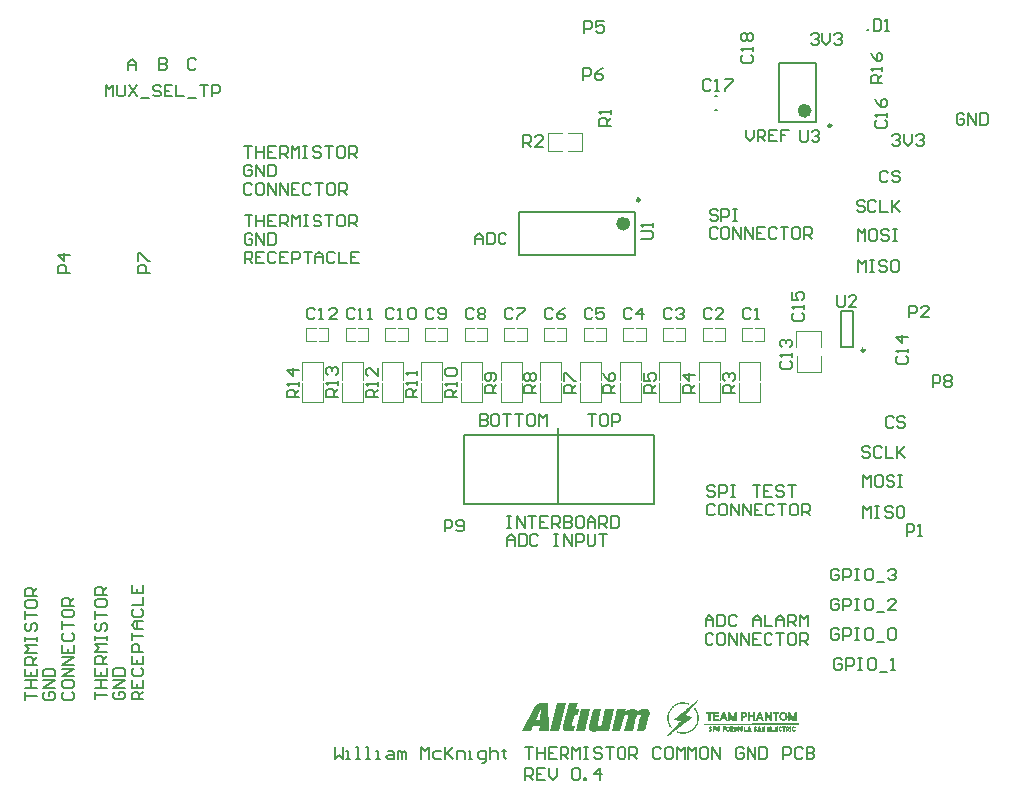
<source format=gto>
G04*
G04 #@! TF.GenerationSoftware,Altium Limited,Altium Designer,18.1.11 (251)*
G04*
G04 Layer_Color=65535*
%FSLAX25Y25*%
%MOIN*%
G70*
G01*
G75*
%ADD10C,0.01000*%
%ADD11C,0.02362*%
%ADD12C,0.00984*%
%ADD13C,0.00787*%
%ADD14C,0.00453*%
%ADD15C,0.00492*%
%ADD16C,0.00591*%
G36*
X429448Y196407D02*
X429524D01*
X429623Y196396D01*
X429732Y196374D01*
X429841Y196363D01*
X430115Y196320D01*
X430421Y196243D01*
X430738Y196156D01*
X431076Y196035D01*
X430945Y195642D01*
X430934D01*
X430901Y195653D01*
X430858Y195675D01*
X430792Y195686D01*
X430716Y195719D01*
X430628Y195740D01*
X430519Y195773D01*
X430410Y195795D01*
X430158Y195861D01*
X429874Y195915D01*
X429579Y195948D01*
X429273Y195970D01*
X428989D01*
X428890Y195959D01*
X428781Y195948D01*
X428552Y195926D01*
X428289Y195893D01*
X428016Y195839D01*
X427732Y195762D01*
X427721D01*
X427699Y195751D01*
X427655Y195740D01*
X427601Y195719D01*
X427535Y195697D01*
X427459Y195675D01*
X427284Y195598D01*
X427065Y195500D01*
X426836Y195391D01*
X426584Y195248D01*
X426344Y195096D01*
X426333D01*
X426311Y195074D01*
X426278Y195052D01*
X426234Y195019D01*
X426180Y194975D01*
X426103Y194921D01*
X425950Y194779D01*
X425764Y194615D01*
X425557Y194418D01*
X425338Y194188D01*
X425131Y193926D01*
Y193915D01*
X425109Y193893D01*
X425098Y193860D01*
X425065Y193817D01*
X425032Y193762D01*
X424988Y193685D01*
X424901Y193521D01*
X424803Y193303D01*
X424693Y193073D01*
X424595Y192800D01*
X424497Y192516D01*
Y192505D01*
X424486Y192483D01*
X424475Y192439D01*
X424464Y192385D01*
X424453Y192319D01*
X424431Y192243D01*
X424409Y192155D01*
X424398Y192057D01*
X424365Y191827D01*
X424333Y191576D01*
X424311Y191292D01*
Y191008D01*
Y190997D01*
Y190975D01*
Y190931D01*
X424322Y190876D01*
X424333Y190800D01*
Y190724D01*
X424343Y190625D01*
X424365Y190516D01*
X424398Y190264D01*
X424464Y189980D01*
X424529Y189663D01*
X424628Y189335D01*
Y189324D01*
X424639Y189313D01*
X424660Y189281D01*
X424682Y189237D01*
X424704Y189182D01*
X424748Y189117D01*
X424835Y188953D01*
X424945Y188756D01*
X425087Y188537D01*
X425251Y188297D01*
X425448Y188035D01*
X425240Y187849D01*
X425021Y187893D01*
X425010Y187903D01*
X424999Y187925D01*
X424967Y187958D01*
X424934Y188002D01*
X424890Y188067D01*
X424835Y188133D01*
X424770Y188221D01*
X424715Y188319D01*
X424573Y188537D01*
X424431Y188789D01*
X424300Y189073D01*
X424180Y189390D01*
Y189401D01*
X424169Y189423D01*
X424147Y189467D01*
X424136Y189521D01*
X424103Y189587D01*
X424081Y189674D01*
X424048Y189762D01*
X424027Y189871D01*
X423961Y190111D01*
X423906Y190385D01*
X423863Y190680D01*
X423841Y190997D01*
Y191008D01*
Y191040D01*
Y191084D01*
Y191150D01*
Y191226D01*
X423852Y191314D01*
Y191423D01*
X423863Y191532D01*
X423895Y191795D01*
X423928Y192090D01*
X423994Y192407D01*
X424081Y192724D01*
Y192735D01*
X424092Y192756D01*
X424103Y192800D01*
X424125Y192855D01*
X424147Y192920D01*
X424180Y193008D01*
X424256Y193194D01*
X424355Y193412D01*
X424486Y193642D01*
X424628Y193882D01*
X424803Y194123D01*
X424814Y194134D01*
X424824Y194156D01*
X424857Y194199D01*
X424901Y194265D01*
X424956Y194330D01*
X425021Y194418D01*
X425174Y194615D01*
X425360Y194822D01*
X425579Y195052D01*
X425819Y195281D01*
X426081Y195489D01*
X426092Y195500D01*
X426114Y195511D01*
X426147Y195533D01*
X426202Y195565D01*
X426267Y195609D01*
X426344Y195653D01*
X426431Y195707D01*
X426530Y195762D01*
X426759Y195871D01*
X427010Y195992D01*
X427295Y196112D01*
X427590Y196210D01*
X427601D01*
X427623Y196221D01*
X427666Y196232D01*
X427732Y196254D01*
X427808Y196265D01*
X427896Y196287D01*
X427994Y196309D01*
X428114Y196330D01*
X428366Y196374D01*
X428650Y196407D01*
X428967Y196418D01*
X429382D01*
X429448Y196407D01*
D02*
G37*
G36*
X453144Y190264D02*
X452423D01*
Y191379D01*
X451363Y191379D01*
Y190264D01*
X450882D01*
X450641Y190385D01*
Y193117D01*
X451363D01*
Y192024D01*
X452423Y192024D01*
Y193117D01*
X453144D01*
Y190264D01*
D02*
G37*
G36*
X458915D02*
X458226D01*
X457035Y192210D01*
Y190264D01*
X456325D01*
Y193117D01*
X456991D01*
X458194Y191215D01*
Y193117D01*
X458915D01*
Y190264D01*
D02*
G37*
G36*
X449789Y193106D02*
X449887Y193084D01*
X449996Y193062D01*
X450116Y193019D01*
X450226Y192964D01*
X450324Y192888D01*
X450335Y192877D01*
X450357Y192844D01*
X450401Y192800D01*
X450444Y192724D01*
X450488Y192636D01*
X450532Y192527D01*
X450554Y192396D01*
X450565Y192254D01*
Y192232D01*
Y192177D01*
X450554Y192101D01*
X450521Y191991D01*
X450488Y191882D01*
X450433Y191762D01*
X450357Y191642D01*
X450248Y191532D01*
X450237Y191521D01*
X450193Y191489D01*
X450116Y191445D01*
X450007Y191379D01*
X449865Y191325D01*
X449690Y191259D01*
X449482Y191204D01*
X449231Y191161D01*
X449144Y191816D01*
X449166D01*
X449209Y191827D01*
X449275Y191838D01*
X449362Y191860D01*
X449526Y191915D01*
X449614Y191948D01*
X449668Y191980D01*
X449679D01*
X449690Y192002D01*
X449745Y192057D01*
X449789Y192133D01*
X449799Y192188D01*
X449810Y192243D01*
Y192254D01*
Y192265D01*
X449799Y192308D01*
X449789Y192363D01*
X449756Y192407D01*
X449745Y192418D01*
X449723Y192429D01*
X449668Y192439D01*
X449603Y192450D01*
X449067D01*
Y190264D01*
X448586D01*
X448346Y190385D01*
Y193117D01*
X449712D01*
X449789Y193106D01*
D02*
G37*
G36*
X467189Y190264D02*
X466511D01*
Y192079D01*
X465987Y190264D01*
X465418D01*
X464883Y192079D01*
Y190264D01*
X464205D01*
Y193117D01*
X464894D01*
X465714Y191139D01*
X466501Y193117D01*
X467189D01*
Y190264D01*
D02*
G37*
G36*
X447198Y190264D02*
X446510D01*
Y192079D01*
X445996Y190264D01*
X445417D01*
X444892Y192079D01*
Y190264D01*
X444444D01*
X444203Y190385D01*
Y193117D01*
X444914D01*
X445712Y191139D01*
X446521Y193117D01*
X447198D01*
Y190264D01*
D02*
G37*
G36*
X461178Y193008D02*
Y192461D01*
X460424D01*
Y190264D01*
X459702D01*
Y192461D01*
X458948D01*
Y193117D01*
X461178D01*
Y193008D01*
D02*
G37*
G36*
X456248Y190264D02*
X455527D01*
X455221Y190975D01*
X454314D01*
X454510Y191620D01*
X455013D01*
X454718Y192385D01*
X453953Y190352D01*
X453898Y190319D01*
X453221Y190264D01*
X454379Y193117D01*
X455068D01*
X456248Y190264D01*
D02*
G37*
G36*
X444127Y190264D02*
X443395D01*
X443099Y190975D01*
X442192D01*
X442389Y191620D01*
X442881D01*
X442597Y192385D01*
X441810Y190264D01*
X441121D01*
Y190291D01*
X442269Y193117D01*
X442946D01*
X444127Y190264D01*
D02*
G37*
G36*
X441099Y193008D02*
Y192461D01*
X439788D01*
Y192024D01*
X441045D01*
Y191368D01*
X439777D01*
Y190909D01*
X441121D01*
Y190291D01*
X441110Y190264D01*
X439066D01*
Y193117D01*
X441099D01*
Y193008D01*
D02*
G37*
G36*
X439034D02*
Y192461D01*
X438268D01*
Y190264D01*
X437547D01*
Y192461D01*
X436793D01*
Y193117D01*
X439034D01*
Y193008D01*
D02*
G37*
G36*
X462675Y193128D02*
X462795Y193117D01*
X462959Y193095D01*
X463123Y193041D01*
X463298Y192975D01*
X463473Y192888D01*
X463615Y192756D01*
X463626Y192735D01*
X463670Y192691D01*
X463724Y192603D01*
X463801Y192483D01*
X463866Y192330D01*
X463921Y192144D01*
X463965Y191937D01*
X463976Y191685D01*
Y191674D01*
Y191653D01*
Y191620D01*
Y191565D01*
X463954Y191445D01*
X463932Y191281D01*
X463888Y191106D01*
X463823Y190931D01*
X463735Y190756D01*
X463615Y190603D01*
X463604Y190592D01*
X463549Y190549D01*
X463462Y190494D01*
X463353Y190428D01*
X463200Y190352D01*
X463025Y190297D01*
X462806Y190253D01*
X462555Y190243D01*
X462489D01*
X462445Y190253D01*
X462325Y190264D01*
X462172Y190286D01*
X462008Y190330D01*
X461833Y190396D01*
X461669Y190483D01*
X461517Y190603D01*
X461506Y190625D01*
X461462Y190669D01*
X461407Y190756D01*
X461342Y190876D01*
X461287Y191030D01*
X461243Y191215D01*
X461221Y191423D01*
X461232Y191674D01*
X461112Y191685D01*
Y191696D01*
Y191718D01*
Y191751D01*
X461123Y191806D01*
X461134Y191926D01*
X461156Y192079D01*
X461200Y192254D01*
X461265Y192429D01*
X461352Y192603D01*
X461473Y192756D01*
X461495Y192778D01*
X461538Y192822D01*
X461626Y192877D01*
X461746Y192953D01*
X461899Y193019D01*
X462085Y193084D01*
X462303Y193128D01*
X462555Y193139D01*
X462620D01*
X462675Y193128D01*
D02*
G37*
G36*
X467758Y188920D02*
X436203Y188920D01*
Y189259D01*
X436377Y189313D01*
X467758Y189368D01*
Y188920D01*
D02*
G37*
G36*
X453374Y188319D02*
X453472Y188297D01*
X453483D01*
X453494Y188286D01*
X453559Y188253D01*
X453658Y188199D01*
X453778Y188111D01*
X453570Y187772D01*
X453559D01*
X453548Y187783D01*
X453483Y187805D01*
X453396Y187838D01*
X453319Y187860D01*
X453308Y187871D01*
X453264Y187882D01*
X453210Y187893D01*
X453144D01*
X453111Y187882D01*
X453100D01*
X453057Y187860D01*
X453046Y187838D01*
Y187827D01*
Y187805D01*
Y187794D01*
Y187772D01*
X453057Y187761D01*
X453068Y187740D01*
X453089Y187729D01*
X453133D01*
X453166Y187718D01*
X453177Y187707D01*
X453221Y187696D01*
X453319D01*
X453385Y187685D01*
X453461Y187663D01*
X453538Y187630D01*
X453559Y187619D01*
X453592Y187598D01*
X453647Y187565D01*
X453701Y187510D01*
X453712Y187499D01*
X453734Y187455D01*
X453767Y187401D01*
X453789Y187335D01*
X453800Y187324D01*
X453811Y187280D01*
X453822Y187226D01*
Y187160D01*
Y187149D01*
Y187117D01*
X453811Y187062D01*
X453800Y187007D01*
X453778Y186942D01*
X453756Y186865D01*
X453712Y186800D01*
X453658Y186745D01*
X453647D01*
X453625Y186723D01*
X453592Y186701D01*
X453538Y186679D01*
X453472Y186658D01*
X453396Y186636D01*
X453297Y186625D01*
X453188Y186614D01*
X453122D01*
X453068Y186625D01*
X452958Y186636D01*
X452827Y186668D01*
X452816D01*
X452805Y186679D01*
X452773Y186701D01*
X452729Y186723D01*
X452685Y186756D01*
X452619Y186800D01*
X452565Y186854D01*
X452499Y186920D01*
X452762Y187226D01*
X452773D01*
X452783Y187204D01*
X452849Y187171D01*
X452936Y187117D01*
X453002Y187084D01*
X453013D01*
X453068Y187073D01*
X453111D01*
X453166Y187062D01*
X453308D01*
X453275Y187040D01*
X453253Y187018D01*
X453242Y187007D01*
X453308Y187062D01*
X453330Y187084D01*
X453341D01*
X453352Y187106D01*
X453363Y187127D01*
Y187160D01*
Y187171D01*
Y187182D01*
X453341Y187204D01*
X453330Y187215D01*
X453308Y187237D01*
X453275Y187248D01*
X453155D01*
X453133Y187259D01*
X453068Y187270D01*
X453046D01*
X453002Y187280D01*
X452936Y187302D01*
X452860Y187324D01*
X452849Y187335D01*
X452805Y187357D01*
X452762Y187401D01*
X452718Y187444D01*
X452707Y187455D01*
X452674Y187499D01*
X452641Y187543D01*
X452608Y187608D01*
Y187630D01*
X452598Y187674D01*
X452587Y187729D01*
X452576Y187805D01*
Y187816D01*
Y187827D01*
Y187882D01*
X452587Y187947D01*
X452608Y188024D01*
X452619Y188046D01*
X452641Y188078D01*
X452685Y188144D01*
X452751Y188199D01*
X452762Y188210D01*
X452805Y188242D01*
X452860Y188275D01*
X452936Y188308D01*
X452958Y188319D01*
X453013Y188330D01*
X453089Y188341D01*
X453286D01*
X453374Y188319D01*
D02*
G37*
G36*
X438476Y188319D02*
X438574Y188297D01*
X438585D01*
X438596Y188286D01*
X438662Y188253D01*
X438760Y188199D01*
X438880Y188111D01*
X438673Y187772D01*
X438662D01*
X438651Y187783D01*
X438585Y187805D01*
X438498Y187838D01*
X438421Y187860D01*
X438411Y187871D01*
X438367Y187882D01*
X438312Y187893D01*
X438236D01*
X438214Y187882D01*
X438203D01*
X438159Y187860D01*
X438148Y187838D01*
Y187827D01*
X438137Y187805D01*
Y187794D01*
Y187783D01*
X438148Y187772D01*
X438170Y187740D01*
X438192Y187729D01*
X438236D01*
X438268Y187718D01*
X438279Y187707D01*
X438312Y187696D01*
X438421D01*
X438487Y187685D01*
X438563Y187663D01*
X438640Y187630D01*
X438662Y187619D01*
X438695Y187598D01*
X438749Y187565D01*
X438804Y187510D01*
X438815Y187499D01*
X438837Y187455D01*
X438869Y187401D01*
X438891Y187335D01*
X438902Y187324D01*
X438913Y187280D01*
X438924Y187237D01*
Y187182D01*
Y187171D01*
Y187138D01*
X438913Y187084D01*
X438902Y187018D01*
X438880Y186942D01*
X438848Y186876D01*
X438804Y186800D01*
X438749Y186745D01*
X438738D01*
X438717Y186723D01*
X438684Y186701D01*
X438629Y186679D01*
X438563Y186658D01*
X438487Y186636D01*
X438400Y186625D01*
X438290Y186614D01*
X438225D01*
X438170Y186625D01*
X438061Y186636D01*
X437929Y186668D01*
X437919D01*
X437908Y186679D01*
X437875Y186701D01*
X437831Y186723D01*
X437777Y186756D01*
X437722Y186800D01*
X437656Y186854D01*
X437591Y186920D01*
X437864Y187226D01*
X437875D01*
X437886Y187204D01*
X437951Y187171D01*
X438028Y187117D01*
X438094Y187084D01*
X438115D01*
X438170Y187073D01*
X438214D01*
X438268Y187062D01*
X438411D01*
X438378Y187040D01*
X438356Y187018D01*
X438345Y187007D01*
X438411Y187062D01*
X438432Y187084D01*
X438443D01*
X438454Y187106D01*
X438465Y187127D01*
Y187160D01*
Y187171D01*
X438443Y187204D01*
X438421Y187215D01*
X438400Y187237D01*
X438367Y187248D01*
X438268D01*
X438246Y187259D01*
X438170Y187270D01*
X438148D01*
X438104Y187280D01*
X438039Y187302D01*
X437962Y187324D01*
X437951Y187335D01*
X437908Y187357D01*
X437864Y187390D01*
X437809Y187434D01*
X437798Y187455D01*
X437777Y187488D01*
X437733Y187554D01*
X437700Y187608D01*
Y187619D01*
X437689Y187663D01*
X437678Y187729D01*
X437667Y187805D01*
Y187816D01*
Y187827D01*
X437678Y187882D01*
X437689Y187947D01*
X437711Y188024D01*
X437722Y188046D01*
X437744Y188078D01*
X437777Y188133D01*
X437831Y188188D01*
X437842Y188199D01*
X437886Y188231D01*
X437951Y188275D01*
X438028Y188308D01*
X438039D01*
X438050Y188319D01*
X438104Y188330D01*
X438181Y188341D01*
X438378D01*
X438476Y188319D01*
D02*
G37*
G36*
X466173Y188319D02*
X466260Y188297D01*
X466282Y188286D01*
X466326Y188275D01*
X466391Y188231D01*
X466457Y188177D01*
X466468Y188166D01*
X466501Y188133D01*
X466544Y188089D01*
X466588Y188024D01*
X466599Y188002D01*
X466610Y187980D01*
X466621Y187947D01*
X466632Y187893D01*
X466643Y187838D01*
X466654Y187761D01*
X466665Y187674D01*
X466205D01*
Y187685D01*
Y187696D01*
X466184Y187740D01*
X466173Y187783D01*
X466162Y187816D01*
X466151Y187827D01*
X466129Y187860D01*
X466118Y187871D01*
X466063Y187882D01*
X466052D01*
X466042Y187893D01*
X465998D01*
X465965Y187882D01*
X465943D01*
X465932Y187871D01*
X465910Y187849D01*
X465899Y187838D01*
X465877Y187816D01*
X465867Y187805D01*
X465856Y187794D01*
Y187783D01*
Y187761D01*
Y187750D01*
X465845Y187729D01*
X465834Y187663D01*
Y187652D01*
Y187619D01*
Y187565D01*
Y187488D01*
Y187466D01*
Y187412D01*
Y187357D01*
Y187302D01*
Y187291D01*
X465845Y187270D01*
X465856Y187193D01*
Y187182D01*
Y187149D01*
X465867D01*
X465877Y187138D01*
X465889Y187127D01*
X465910Y187106D01*
X465921Y187095D01*
X465943Y187084D01*
X465954Y187073D01*
X465976Y187062D01*
X466052D01*
X466085Y187073D01*
X466107Y187095D01*
X466118Y187106D01*
X466140Y187127D01*
X466173Y187182D01*
X466216Y187270D01*
X466665D01*
Y187160D01*
Y187149D01*
X466654Y187138D01*
X466632Y187062D01*
X466610Y186985D01*
X466566Y186898D01*
X466555Y186887D01*
X466533Y186843D01*
X466479Y186789D01*
X466424Y186734D01*
X466413Y186723D01*
X466369Y186701D01*
X466304Y186679D01*
X466238Y186647D01*
X466216D01*
X466173Y186636D01*
X466107Y186625D01*
X466020Y186614D01*
X465954D01*
X465889Y186625D01*
X465823Y186636D01*
X465812D01*
X465779Y186658D01*
X465725Y186668D01*
X465659Y186701D01*
X465648Y186712D01*
X465615Y186745D01*
X465571Y186789D01*
X465528Y186821D01*
Y186832D01*
X465506Y186854D01*
X465451Y186920D01*
Y186931D01*
X465440Y186942D01*
X465418Y186985D01*
Y186996D01*
X465408Y187007D01*
Y187018D01*
Y187029D01*
X465397Y187051D01*
Y187062D01*
Y187073D01*
X465386Y187117D01*
Y187127D01*
X465375Y187149D01*
Y187182D01*
X465364Y187248D01*
Y187270D01*
Y187313D01*
Y187390D01*
Y187488D01*
Y187499D01*
Y187510D01*
Y187565D01*
Y187641D01*
Y187707D01*
Y187729D01*
X465375Y187761D01*
Y187805D01*
X465386Y187849D01*
Y187860D01*
Y187882D01*
X465408Y187936D01*
Y187947D01*
X465418Y187969D01*
X465440Y188024D01*
X465451Y188035D01*
X465473Y188067D01*
X465539Y188144D01*
X465550Y188155D01*
X465571Y188177D01*
X465626Y188231D01*
X465648Y188242D01*
X465692Y188264D01*
X465757Y188297D01*
X465823Y188319D01*
X465845D01*
X465889Y188330D01*
X465943Y188341D01*
X466096D01*
X466173Y188319D01*
D02*
G37*
G36*
X447778Y186625D02*
X447307D01*
Y187086D01*
X447198Y186832D01*
X446848D01*
X446728Y187111D01*
Y186625D01*
X446258D01*
Y188221D01*
X446444Y188275D01*
X446673Y188330D01*
X447023Y187379D01*
X447362Y188330D01*
X447778D01*
Y186625D01*
D02*
G37*
G36*
X449231Y187237D02*
Y187226D01*
Y187215D01*
X449220Y187160D01*
X449209Y187073D01*
X449177Y186985D01*
X449166Y186963D01*
X449144Y186920D01*
X449089Y186854D01*
X449034Y186778D01*
X449023Y186767D01*
X448980Y186734D01*
X448914Y186690D01*
X448827Y186647D01*
X448805D01*
X448750Y186636D01*
X448674Y186625D01*
X448575Y186614D01*
X448488D01*
X448411Y186625D01*
X448324Y186647D01*
X448302Y186658D01*
X448258Y186679D01*
X448182Y186723D01*
X448105Y186789D01*
X448094Y186800D01*
X448051Y186843D01*
X448007Y186909D01*
X447963Y186985D01*
X447952Y187007D01*
X447941Y187062D01*
X447930Y187138D01*
X447920Y187237D01*
Y188221D01*
X448105Y188275D01*
X448389Y188330D01*
Y187270D01*
Y187259D01*
Y187237D01*
Y187204D01*
X448400Y187171D01*
X448411Y187149D01*
X448444Y187117D01*
X448455D01*
X448466Y187095D01*
X448499Y187073D01*
X448521D01*
X448543Y187062D01*
X448597D01*
X448641Y187073D01*
X448652D01*
X448663Y187084D01*
X448696Y187106D01*
X448706Y187117D01*
X448717Y187127D01*
X448739Y187171D01*
Y187182D01*
X448750Y187204D01*
X448761Y187270D01*
Y188330D01*
X449231D01*
Y187237D01*
D02*
G37*
G36*
X441526D02*
Y187226D01*
Y187215D01*
X441515Y187160D01*
X441504Y187073D01*
X441471Y186985D01*
X441460Y186963D01*
X441438Y186920D01*
X441394Y186854D01*
X441340Y186778D01*
X441329Y186767D01*
X441285Y186734D01*
X441220Y186690D01*
X441132Y186647D01*
X441110D01*
X441055Y186636D01*
X440979Y186625D01*
X440881Y186614D01*
X440793D01*
X440717Y186625D01*
X440629Y186647D01*
X440607Y186658D01*
X440564Y186679D01*
X440487Y186723D01*
X440411Y186789D01*
X440400Y186800D01*
X440356Y186843D01*
X440312Y186909D01*
X440269Y186985D01*
X440258Y187007D01*
X440247Y187062D01*
X440236Y187138D01*
X440225Y187237D01*
Y188221D01*
X440411Y188275D01*
X440695Y188330D01*
Y187270D01*
Y187259D01*
Y187237D01*
Y187204D01*
X440706Y187171D01*
X440717Y187149D01*
X440750Y187117D01*
X440760D01*
X440771Y187095D01*
X440804Y187073D01*
X440826D01*
X440848Y187062D01*
X440903D01*
X440946Y187073D01*
X440957D01*
X440968Y187084D01*
X441001Y187117D01*
X441012D01*
X441023Y187127D01*
X441045Y187171D01*
Y187182D01*
X441055Y187204D01*
X441066Y187270D01*
Y188330D01*
X441526D01*
Y187237D01*
D02*
G37*
G36*
X451996Y186625D02*
X451548D01*
X451529Y187002D01*
X451046Y186953D01*
X450936Y186625D01*
X450575D01*
Y186882D01*
X450488Y186625D01*
X449384D01*
Y188221D01*
X449559Y188275D01*
X449832Y188330D01*
Y187062D01*
X450575D01*
Y186882D01*
X451067Y188330D01*
X451417D01*
X451996Y186625D01*
D02*
G37*
G36*
X465244Y186625D02*
X464774D01*
Y188330D01*
X465244D01*
Y186625D01*
D02*
G37*
G36*
X464238Y188319D02*
X464304Y188297D01*
X464326D01*
X464358Y188275D01*
X464424Y188253D01*
X464478Y188221D01*
X464489Y188210D01*
X464533Y188166D01*
X464566Y188100D01*
X464610Y188035D01*
X464621Y188013D01*
X464642Y187969D01*
X464653Y187903D01*
X464664Y187816D01*
Y187805D01*
Y187783D01*
Y187750D01*
X464653Y187707D01*
X464621Y187598D01*
X464566Y187488D01*
X464555Y187466D01*
X464511Y187423D01*
X464446Y187368D01*
X464380Y187335D01*
X464719Y186625D01*
X464271D01*
X463954Y187259D01*
X463866D01*
Y186625D01*
X463396D01*
Y188221D01*
X463582Y188275D01*
X464096Y188330D01*
X464173D01*
X464238Y188319D01*
D02*
G37*
G36*
X461735Y188330D02*
X461812Y188308D01*
X461823D01*
X461833Y188297D01*
X461888Y188275D01*
X461954Y188242D01*
X462030Y188177D01*
X462041Y188166D01*
X462074Y188133D01*
X462096Y188106D01*
Y187915D01*
X462176Y187922D01*
X462172Y187936D01*
X462161Y187969D01*
Y187991D01*
X462150Y188013D01*
X462118Y188078D01*
X462096Y188106D01*
Y188330D01*
X463375D01*
Y187915D01*
X462970D01*
Y186625D01*
X462500D01*
Y187952D01*
X462176Y187922D01*
X462183Y187893D01*
X462205Y187838D01*
X462216Y187761D01*
X462227Y187674D01*
X461768D01*
Y187696D01*
X461757Y187729D01*
X461746Y187772D01*
X461724Y187805D01*
Y187816D01*
X461713Y187827D01*
X461680Y187860D01*
X461669Y187871D01*
X461659D01*
X461626Y187882D01*
X461615Y187893D01*
X461571D01*
X461527Y187882D01*
X461506D01*
X461495Y187871D01*
X461462Y187849D01*
X461451Y187838D01*
X461429Y187816D01*
X461418Y187794D01*
Y187783D01*
X461407Y187740D01*
Y187729D01*
X461396Y187696D01*
Y187652D01*
Y187641D01*
Y187608D01*
Y187554D01*
Y187488D01*
Y187466D01*
Y187423D01*
Y187368D01*
Y187302D01*
Y187291D01*
Y187270D01*
X461407Y187193D01*
X461418Y187182D01*
Y187160D01*
X461429Y187149D01*
Y187138D01*
X461440Y187127D01*
X461462Y187106D01*
X461473Y187095D01*
X461495D01*
X461517Y187084D01*
X461527Y187073D01*
X461538Y187062D01*
X461615D01*
X461648Y187073D01*
X461680Y187095D01*
X461691Y187106D01*
X461713Y187127D01*
X461746Y187182D01*
X461790Y187270D01*
X462227D01*
Y187160D01*
Y187149D01*
X462216Y187138D01*
X462205Y187073D01*
X462172Y186985D01*
X462140Y186898D01*
X462128Y186887D01*
X462107Y186843D01*
X462052Y186789D01*
X461997Y186745D01*
X461975Y186734D01*
X461932Y186712D01*
X461866Y186679D01*
X461790Y186647D01*
X461768D01*
X461724Y186636D01*
X461659Y186625D01*
X461582Y186614D01*
X461517D01*
X461451Y186625D01*
X461385Y186636D01*
X461374D01*
X461331Y186658D01*
X461276Y186679D01*
X461221Y186712D01*
X461210Y186723D01*
X461178Y186756D01*
X461134Y186789D01*
X461101Y186821D01*
X461090Y186832D01*
X461068Y186854D01*
X461035Y186887D01*
X460992Y186942D01*
Y186953D01*
Y186963D01*
X460981Y186985D01*
Y186996D01*
X460970Y187007D01*
Y187018D01*
Y187029D01*
X460959Y187051D01*
Y187062D01*
Y187073D01*
X460948Y187117D01*
Y187127D01*
Y187149D01*
X460937Y187193D01*
Y187248D01*
Y187270D01*
Y187313D01*
Y187390D01*
Y187488D01*
Y187499D01*
Y187510D01*
Y187565D01*
Y187630D01*
Y187696D01*
Y187718D01*
Y187750D01*
Y187805D01*
X460948Y187849D01*
Y187860D01*
X460959Y187871D01*
X460970Y187925D01*
Y187936D01*
X460981Y187958D01*
X461003Y188024D01*
X461014Y188035D01*
X461025Y188057D01*
X461057Y188089D01*
X461090Y188133D01*
X461101Y188144D01*
X461134Y188177D01*
X461178Y188210D01*
X461221Y188242D01*
X461232Y188253D01*
X461276Y188275D01*
X461320Y188297D01*
X461385Y188319D01*
X461407D01*
X461451Y188330D01*
X461506Y188341D01*
X461659D01*
X461735Y188330D01*
D02*
G37*
G36*
X460904Y187893D02*
X460183D01*
Y187696D01*
X460806D01*
Y187270D01*
X460183D01*
Y187062D01*
X460904D01*
Y186625D01*
X459713D01*
Y188221D01*
X459888Y188275D01*
X460904Y188330D01*
Y187893D01*
D02*
G37*
G36*
X458915Y187062D02*
X459636D01*
Y186625D01*
X458445D01*
Y188221D01*
X458631Y188275D01*
X458915Y188330D01*
Y187062D01*
D02*
G37*
G36*
X458369Y187893D02*
X457647D01*
Y187696D01*
X458270D01*
Y187270D01*
X457647D01*
Y187062D01*
X458369D01*
Y186625D01*
X457177D01*
Y188221D01*
X457363Y188275D01*
X458369Y188330D01*
Y187893D01*
D02*
G37*
G36*
X456500D02*
X455767D01*
Y187696D01*
X456390D01*
Y187270D01*
X455767D01*
Y187062D01*
X456500D01*
Y186625D01*
X455308D01*
Y188221D01*
X455483Y188275D01*
X456500Y188330D01*
Y187893D01*
D02*
G37*
G36*
X455286Y186625D02*
X454838D01*
X454819Y187002D01*
X454335Y186953D01*
X454226Y186625D01*
X453778D01*
X454357Y188330D01*
X454707D01*
X455286Y186625D01*
D02*
G37*
G36*
X445723Y188319D02*
X445788Y188297D01*
X445810D01*
X445843Y188275D01*
X445908Y188253D01*
X445963Y188221D01*
X445985Y188209D01*
X446018Y188166D01*
X446061Y188100D01*
X446105Y188035D01*
X446116Y188013D01*
X446127Y187969D01*
X446149Y187893D01*
X446160Y187805D01*
Y187794D01*
Y187772D01*
Y187740D01*
X446149Y187696D01*
X446116Y187598D01*
X446061Y187488D01*
X446051Y187466D01*
X446007Y187423D01*
X445941Y187368D01*
X445865Y187335D01*
X446214Y186625D01*
X445755D01*
X445449Y187259D01*
X445351D01*
Y186625D01*
X444881D01*
Y188330D01*
X445657D01*
X445723Y188319D01*
D02*
G37*
G36*
X443471Y187893D02*
X442750D01*
Y187685D01*
X443373D01*
Y187259D01*
X442750D01*
Y186625D01*
X442280D01*
Y188330D01*
X443471D01*
Y187893D01*
D02*
G37*
G36*
X440214D02*
X439493D01*
Y187685D01*
X440115D01*
Y187259D01*
X439493D01*
Y186625D01*
X439022D01*
Y188330D01*
X440214D01*
Y187893D01*
D02*
G37*
G36*
X444236Y188330D02*
X444302Y188319D01*
X444324D01*
X444356Y188297D01*
X444422Y188275D01*
X444477Y188231D01*
X444487Y188221D01*
X444520Y188209D01*
X444553Y188177D01*
X444597Y188133D01*
X444608Y188122D01*
X444630Y188100D01*
X444684Y188024D01*
Y188013D01*
X444695Y187991D01*
X444717Y187925D01*
Y187914D01*
X444728Y187903D01*
X444750Y187838D01*
Y187827D01*
Y187794D01*
Y187740D01*
Y187674D01*
Y187663D01*
X444761Y187619D01*
Y187554D01*
Y187488D01*
Y187466D01*
Y187423D01*
Y187346D01*
X444750Y187280D01*
Y187270D01*
Y187237D01*
Y187182D01*
Y187117D01*
Y187106D01*
X444739Y187084D01*
X444717Y187018D01*
Y187007D01*
X444706Y186985D01*
X444673Y186931D01*
Y186920D01*
X444652Y186898D01*
X444630Y186865D01*
X444597Y186821D01*
X444586Y186811D01*
X444564Y186789D01*
X444520Y186756D01*
X444477Y186712D01*
X444466Y186701D01*
X444422Y186679D01*
X444367Y186658D01*
X444302Y186636D01*
X444291D01*
X444247Y186625D01*
X444181Y186614D01*
X444039D01*
X443974Y186625D01*
X443908Y186636D01*
X443897D01*
X443864Y186658D01*
X443810Y186679D01*
X443744Y186712D01*
X443733Y186723D01*
X443701Y186745D01*
X443613Y186821D01*
X443602Y186832D01*
X443591Y186854D01*
X443537Y186931D01*
Y186942D01*
X443526Y186953D01*
Y186963D01*
X443515D01*
Y186975D01*
X443493Y187007D01*
Y187018D01*
Y187029D01*
Y187051D01*
X443482Y187062D01*
Y187073D01*
X443471Y187106D01*
Y187117D01*
Y187149D01*
Y187193D01*
X443460Y187259D01*
Y187270D01*
Y187324D01*
Y187390D01*
Y187488D01*
Y187499D01*
Y187510D01*
Y187565D01*
Y187630D01*
Y187696D01*
Y187707D01*
X443471Y187750D01*
Y187794D01*
Y187849D01*
Y187860D01*
X443482Y187871D01*
X443493Y187925D01*
Y187936D01*
X443504Y187958D01*
X443537Y188024D01*
Y188035D01*
X443559Y188057D01*
X443580Y188089D01*
X443613Y188133D01*
X443624Y188144D01*
X443657Y188177D01*
X443701Y188209D01*
X443744Y188242D01*
X443755Y188253D01*
X443799Y188275D01*
X443843Y188297D01*
X443908Y188319D01*
X443930D01*
X443974Y188330D01*
X444029Y188341D01*
X444171D01*
X444236Y188330D01*
D02*
G37*
G36*
X432989Y194680D02*
X433011Y194658D01*
X433044Y194625D01*
X433087Y194571D01*
X433142Y194505D01*
X433208Y194429D01*
X433273Y194330D01*
X433350Y194232D01*
X433503Y194002D01*
X433667Y193751D01*
X433831Y193467D01*
X433962Y193161D01*
Y193150D01*
X433973Y193128D01*
X433995Y193084D01*
X434017Y193019D01*
X434038Y192942D01*
X434071Y192855D01*
X434104Y192756D01*
X434137Y192647D01*
X434202Y192385D01*
X434268Y192101D01*
X434312Y191784D01*
X434344Y191456D01*
Y191445D01*
Y191412D01*
Y191368D01*
Y191303D01*
Y191226D01*
Y191128D01*
Y191019D01*
Y190909D01*
X434323Y190636D01*
X434279Y190341D01*
X434224Y190024D01*
X434137Y189696D01*
Y189685D01*
X434126Y189663D01*
X434115Y189609D01*
X434093Y189554D01*
X434060Y189477D01*
X434027Y189390D01*
X433995Y189281D01*
X433951Y189171D01*
X433842Y188931D01*
X433710Y188658D01*
X433558Y188384D01*
X433372Y188100D01*
X433361Y188089D01*
X433350Y188067D01*
X433317Y188035D01*
X433273Y187980D01*
X433230Y187914D01*
X433164Y187849D01*
X433022Y187674D01*
X432836Y187477D01*
X432618Y187280D01*
X432377Y187062D01*
X432104Y186865D01*
X432093Y186854D01*
X432071Y186843D01*
X432027Y186821D01*
X431973Y186778D01*
X431907Y186734D01*
X431820Y186690D01*
X431732Y186636D01*
X431623Y186581D01*
X431383Y186461D01*
X431109Y186330D01*
X430814Y186209D01*
X430497Y186111D01*
X430486D01*
X430442Y186100D01*
X430366Y186078D01*
X430278Y186056D01*
X430180Y186035D01*
X430060Y186013D01*
X429809Y185969D01*
X429798D01*
X429754Y185958D01*
X429688D01*
X429612Y185947D01*
X429513Y185936D01*
X429415D01*
X429218Y185925D01*
X429164Y185980D01*
X429109D01*
X429065Y185969D01*
X428639D01*
X428453Y185980D01*
X428257Y185991D01*
X428060Y186024D01*
X428049D01*
X428038Y186035D01*
X427972Y186045D01*
X427863Y186067D01*
X427732Y186111D01*
X427568Y186155D01*
X427393Y186220D01*
X427196Y186297D01*
X426989Y186384D01*
X427131Y186778D01*
X427142D01*
X427174Y186767D01*
X427218Y186745D01*
X427284Y186723D01*
X427360Y186690D01*
X427459Y186668D01*
X427568Y186636D01*
X427677Y186603D01*
X427940Y186526D01*
X428224Y186461D01*
X428530Y186417D01*
X428836Y186384D01*
X429328D01*
X429568Y186406D01*
X429830Y186439D01*
X430104Y186483D01*
X430388Y186548D01*
X430399D01*
X430421Y186559D01*
X430464Y186570D01*
X430519Y186592D01*
X430585Y186614D01*
X430661Y186647D01*
X430858Y186723D01*
X431076Y186811D01*
X431317Y186931D01*
X431579Y187084D01*
X431831Y187248D01*
X431842D01*
X431863Y187270D01*
X431896Y187291D01*
X431940Y187324D01*
X432060Y187412D01*
X432213Y187543D01*
X432399Y187685D01*
X432585Y187860D01*
X432771Y188057D01*
X432956Y188264D01*
X432967Y188275D01*
X432978Y188297D01*
X433011Y188341D01*
X433044Y188395D01*
X433087Y188472D01*
X433131Y188559D01*
X433186Y188658D01*
X433241Y188767D01*
X433372Y189007D01*
X433492Y189281D01*
X433612Y189576D01*
X433710Y189882D01*
Y189893D01*
X433721Y189915D01*
X433732Y189958D01*
X433743Y190013D01*
X433765Y190079D01*
X433776Y190166D01*
X433798Y190253D01*
X433820Y190352D01*
X433853Y190592D01*
X433875Y190844D01*
X433885Y191128D01*
Y191412D01*
Y191423D01*
Y191445D01*
Y191489D01*
X433875Y191543D01*
Y191620D01*
X433864Y191696D01*
X433853Y191795D01*
X433831Y191904D01*
X433787Y192133D01*
X433732Y192396D01*
X433656Y192669D01*
X433558Y192953D01*
Y192964D01*
X433547Y192986D01*
X433525Y193030D01*
X433503Y193084D01*
X433470Y193150D01*
X433426Y193226D01*
X433328Y193423D01*
X433208Y193642D01*
X433055Y193893D01*
X432869Y194156D01*
X432661Y194418D01*
X432978Y194691D01*
X432989Y194680D01*
D02*
G37*
G36*
X433973Y196986D02*
Y196953D01*
Y196910D01*
X433984Y196877D01*
X433995Y196866D01*
X434006Y196833D01*
Y196779D01*
X433995Y196768D01*
X433984Y196746D01*
X433951Y196713D01*
X433907Y196669D01*
X433798Y196549D01*
X433656Y196396D01*
X433492Y196210D01*
X433306Y196003D01*
X433109Y195784D01*
X432913Y195554D01*
X432902Y195544D01*
X432891Y195533D01*
X432858Y195500D01*
X432825Y195456D01*
X432716Y195336D01*
X432585Y195183D01*
X432432Y195008D01*
X432246Y194811D01*
X432060Y194593D01*
X431863Y194374D01*
X431852Y194363D01*
X431842Y194352D01*
X431809Y194319D01*
X431776Y194276D01*
X431667Y194156D01*
X431535Y194002D01*
X431371Y193828D01*
X431186Y193620D01*
X431000Y193412D01*
X430792Y193183D01*
X430781Y193172D01*
X430770Y193161D01*
X430738Y193128D01*
X430705Y193084D01*
X430595Y192964D01*
X430464Y192822D01*
X430300Y192658D01*
X430126Y192483D01*
X429940Y192297D01*
X429754Y192122D01*
X429776D01*
X429809Y192112D01*
X429852Y192101D01*
X429962Y192079D01*
X430104Y192046D01*
X430268Y192002D01*
X430464Y191948D01*
X430683Y191893D01*
X430912Y191838D01*
X430923D01*
X430945Y191827D01*
X430978D01*
X431022Y191806D01*
X431076Y191795D01*
X431153Y191773D01*
X431317Y191729D01*
X431514Y191674D01*
X431743Y191609D01*
X431994Y191532D01*
X432268Y191445D01*
X432257Y191434D01*
X432246Y191412D01*
X432213Y191368D01*
X432180Y191325D01*
X432104Y191226D01*
X432071Y191193D01*
X432038Y191161D01*
X432027Y191150D01*
X432006Y191128D01*
X431962Y191095D01*
X431907Y191051D01*
X431896Y191040D01*
X431863Y191019D01*
X431809Y190986D01*
X431743Y190931D01*
X431656Y190866D01*
X431546Y190789D01*
X431426Y190702D01*
X431295Y190614D01*
X431153Y190505D01*
X430989Y190396D01*
X430814Y190275D01*
X430639Y190155D01*
X430246Y189893D01*
X429830Y189620D01*
X429819Y189609D01*
X429787Y189587D01*
X429743Y189554D01*
X429666Y189499D01*
X429579Y189434D01*
X429481Y189357D01*
X429371Y189270D01*
X429240Y189171D01*
X429109Y189073D01*
X428956Y188953D01*
X428639Y188712D01*
X428289Y188461D01*
X427940Y188188D01*
X427929Y188177D01*
X427896Y188155D01*
X427841Y188122D01*
X427776Y188067D01*
X427688Y188002D01*
X427590Y187925D01*
X427469Y187838D01*
X427349Y187740D01*
X427207Y187641D01*
X427065Y187532D01*
X426737Y187291D01*
X426398Y187029D01*
X426049Y186767D01*
X426038Y186756D01*
X426016Y186734D01*
X425972Y186701D01*
X425917Y186647D01*
X425841Y186581D01*
X425764Y186515D01*
X425666Y186428D01*
X425557Y186340D01*
X425436Y186231D01*
X425305Y186122D01*
X425010Y185892D01*
X424693Y185641D01*
X424343Y185379D01*
X424333Y185368D01*
X424300Y185346D01*
X424234Y185313D01*
X424147Y185258D01*
X424125Y185248D01*
X424070Y185226D01*
X424038D01*
X424005Y185237D01*
X423972Y185258D01*
X423939Y185291D01*
Y185302D01*
Y185313D01*
X423928Y185379D01*
X423939Y185466D01*
X423961Y185499D01*
X423983Y185532D01*
X424005Y185543D01*
X424038Y185575D01*
X424092Y185619D01*
X424147Y185663D01*
X424169Y185685D01*
X424223Y185739D01*
X424300Y185827D01*
X424409Y185936D01*
X424540Y186067D01*
X424682Y186231D01*
X424835Y186395D01*
X424999Y186570D01*
X425021Y186592D01*
X425076Y186647D01*
X425163Y186745D01*
X425273Y186865D01*
X425404Y186996D01*
X425557Y187160D01*
X425710Y187335D01*
X425885Y187510D01*
X425896Y187521D01*
X425907Y187532D01*
X425961Y187598D01*
X426049Y187685D01*
X426169Y187816D01*
X426311Y187958D01*
X426464Y188122D01*
X426792Y188461D01*
X426814Y188483D01*
X426857Y188537D01*
X426934Y188625D01*
X427032Y188734D01*
X427142Y188865D01*
X427284Y189018D01*
X427426Y189171D01*
X427590Y189346D01*
X427601Y189357D01*
X427612Y189379D01*
X427644Y189412D01*
X427688Y189456D01*
X427786Y189565D01*
X427907Y189696D01*
X427918Y189707D01*
X427940Y189729D01*
X427972Y189762D01*
X428027Y189805D01*
X428092Y189860D01*
X428169Y189915D01*
X428257Y189980D01*
X428355Y190046D01*
X428224Y190024D01*
X428202D01*
X428136Y190046D01*
X428038Y190057D01*
X427918Y190089D01*
X427765Y190122D01*
X427601Y190166D01*
X427251Y190264D01*
X427229Y190275D01*
X427164Y190297D01*
X427065Y190330D01*
X426945Y190374D01*
X426781Y190439D01*
X426595Y190505D01*
X426387Y190581D01*
X426169Y190669D01*
X426180Y190680D01*
X426213Y190712D01*
X426267Y190756D01*
X426344Y190822D01*
X426431Y190909D01*
X426530Y190997D01*
X426650Y191106D01*
X426781Y191226D01*
X426934Y191347D01*
X427076Y191489D01*
X427415Y191762D01*
X427754Y192057D01*
X428114Y192352D01*
X428125Y192363D01*
X428158Y192385D01*
X428213Y192429D01*
X428278Y192483D01*
X428366Y192549D01*
X428464Y192636D01*
X428584Y192724D01*
X428705Y192833D01*
X428847Y192942D01*
X429000Y193062D01*
X429317Y193325D01*
X429656Y193609D01*
X430005Y193893D01*
X430016Y193904D01*
X430049Y193926D01*
X430104Y193970D01*
X430169Y194024D01*
X430257Y194101D01*
X430355Y194177D01*
X430475Y194276D01*
X430595Y194374D01*
X430738Y194494D01*
X430891Y194615D01*
X431208Y194866D01*
X431546Y195150D01*
X431896Y195434D01*
X431907Y195445D01*
X431940Y195467D01*
X431994Y195511D01*
X432060Y195565D01*
X432148Y195642D01*
X432257Y195719D01*
X432377Y195817D01*
X432508Y195926D01*
X432661Y196035D01*
X432814Y196156D01*
X432989Y196287D01*
X433164Y196429D01*
X433558Y196713D01*
X433973Y197008D01*
Y196986D01*
D02*
G37*
G36*
X384500Y186765D02*
X381257D01*
X381348Y188386D01*
X379234D01*
X378524Y186774D01*
X375326Y186765D01*
X379334Y194372D01*
X379435Y194526D01*
X379535Y194681D01*
X379626Y194809D01*
X379717Y194927D01*
X379790Y195018D01*
X379854Y195091D01*
X379890Y195128D01*
X379908Y195146D01*
X380036Y195273D01*
X380163Y195392D01*
X380291Y195492D01*
X380400Y195583D01*
X380501Y195647D01*
X380582Y195702D01*
X380628Y195738D01*
X380646Y195747D01*
X380801Y195838D01*
X380947Y195911D01*
X381083Y195975D01*
X381211Y196030D01*
X381320Y196075D01*
X381402Y196102D01*
X381457Y196121D01*
X381466Y196130D01*
X381475D01*
X381657Y196175D01*
X381821Y196203D01*
X381976Y196221D01*
X382222D01*
X382304Y196212D01*
X382359Y196203D01*
X382377D01*
X382577Y196294D01*
X384154D01*
X384500Y186765D01*
D02*
G37*
G36*
X416467Y194217D02*
X416612Y194208D01*
X416740Y194189D01*
X416840Y194171D01*
X416922Y194153D01*
X416968Y194144D01*
X416986Y194135D01*
X417123Y194089D01*
X417250Y194044D01*
X417359Y193989D01*
X417460Y193943D01*
X417533Y193898D01*
X417596Y193861D01*
X417633Y193834D01*
X417642Y193825D01*
X417742Y193725D01*
X417815Y193615D01*
X417879Y193506D01*
X417924Y193406D01*
X417952Y193315D01*
X417970Y193233D01*
X417988Y193187D01*
Y193178D01*
Y193169D01*
X418006Y193005D01*
Y192841D01*
X417988Y192668D01*
X417970Y192513D01*
X417952Y192367D01*
X417943Y192313D01*
X417924Y192258D01*
X417915Y192212D01*
Y192185D01*
X417906Y192167D01*
Y192158D01*
X416904Y188131D01*
X416868Y188022D01*
X416831Y187922D01*
X416731Y187730D01*
X416612Y187566D01*
X416494Y187421D01*
X416385Y187311D01*
X416294Y187229D01*
X416257Y187193D01*
X416230Y187175D01*
X416212Y187166D01*
X416202Y187156D01*
X415993Y187029D01*
X415784Y186938D01*
X415583Y186865D01*
X415401Y186819D01*
X415237Y186792D01*
X415173Y186783D01*
X415109D01*
X415064Y186774D01*
X413734D01*
X414900Y191538D01*
X414936Y191684D01*
X414955Y191803D01*
X414964Y191903D01*
X414955Y191976D01*
X414945Y192039D01*
X414936Y192085D01*
X414927Y192103D01*
X414918Y192112D01*
X414863Y192167D01*
X414800Y192203D01*
X414727Y192240D01*
X414654Y192258D01*
X414581Y192267D01*
X414526Y192276D01*
X414472D01*
X414344Y192267D01*
X414235Y192249D01*
X414135Y192212D01*
X414044Y192185D01*
X413980Y192149D01*
X413934Y192112D01*
X413898Y192094D01*
X413889Y192085D01*
X413816Y192012D01*
X413743Y191930D01*
X413688Y191848D01*
X413652Y191766D01*
X413615Y191693D01*
X413588Y191639D01*
X413579Y191602D01*
X413570Y191584D01*
X412376Y186774D01*
X409561D01*
X410727Y191529D01*
X410764Y191675D01*
X410782Y191794D01*
X410791Y191894D01*
X410782Y191976D01*
X410764Y192039D01*
X410755Y192085D01*
X410746Y192103D01*
X410737Y192112D01*
X410691Y192167D01*
X410618Y192203D01*
X410554Y192240D01*
X410482Y192258D01*
X410409Y192267D01*
X410354Y192276D01*
X410299D01*
X410181Y192267D01*
X410072Y192249D01*
X409971Y192222D01*
X409889Y192185D01*
X409826Y192149D01*
X409780Y192121D01*
X409744Y192103D01*
X409734Y192094D01*
X409662Y192021D01*
X409589Y191930D01*
X409534Y191830D01*
X409498Y191739D01*
X409461Y191648D01*
X409434Y191575D01*
X409425Y191529D01*
X409416Y191520D01*
Y191511D01*
X408222Y186774D01*
X405407D01*
X407193Y194035D01*
X410044D01*
X409879Y193360D01*
X412076Y194189D01*
X412130Y194235D01*
X412367Y194226D01*
X412486Y194217D01*
X412586Y194199D01*
X412668Y194189D01*
X412732Y194171D01*
X412768Y194162D01*
X412786D01*
X412905Y194135D01*
X413014Y194098D01*
X413105Y194062D01*
X413196Y194025D01*
X413260Y193998D01*
X413306Y193971D01*
X413342Y193953D01*
X413351Y193943D01*
X413497Y193825D01*
X413552Y193761D01*
X413597Y193707D01*
X413633Y193652D01*
X413661Y193606D01*
X413679Y193579D01*
X413688Y193570D01*
X413734Y193488D01*
X413770Y193415D01*
X413798Y193342D01*
X413816Y193278D01*
X413834Y193224D01*
Y193187D01*
X413843Y193160D01*
Y193151D01*
X413889Y193242D01*
X413943Y193333D01*
X414007Y193415D01*
X414080Y193488D01*
X414135Y193543D01*
X414189Y193588D01*
X414226Y193615D01*
X414235Y193625D01*
X414344Y193707D01*
X414444Y193770D01*
X414544Y193834D01*
X414636Y193880D01*
X414709Y193916D01*
X414763Y193943D01*
X414800Y193953D01*
X414809Y193962D01*
X414936Y194007D01*
X415064Y194053D01*
X415182Y194089D01*
X415282Y194116D01*
X415364Y194135D01*
X415428Y194153D01*
X415465Y194162D01*
X415483D01*
X415720Y194208D01*
X415829Y194217D01*
X415929Y194226D01*
X416011Y194235D01*
X416303D01*
X416467Y194217D01*
D02*
G37*
G36*
X404287Y186765D02*
X401481Y186765D01*
X401639Y187433D01*
X401490Y187284D01*
X401326Y187156D01*
X401171Y187056D01*
X401034Y186974D01*
X400934Y186910D01*
X400889Y186892D01*
X400861Y186874D01*
X400843Y186865D01*
X400834D01*
X400606Y186774D01*
X400379Y186710D01*
X400160Y186664D01*
X399959Y186637D01*
X399859Y186619D01*
X399777D01*
X399704Y186610D01*
X399641Y186601D01*
X399340D01*
X399185Y186610D01*
X399039Y186628D01*
X398921Y186646D01*
X398812Y186664D01*
X398739Y186674D01*
X398693Y186692D01*
X398675D01*
X398547Y186737D01*
X398429Y186783D01*
X398320Y186838D01*
X398229Y186883D01*
X398156Y186929D01*
X398101Y186965D01*
X398064Y186993D01*
X398055Y187002D01*
X397955Y187093D01*
X397873Y187193D01*
X397810Y187293D01*
X397755Y187393D01*
X397718Y187484D01*
X397700Y187557D01*
X397682Y187603D01*
Y187621D01*
X397664Y187785D01*
Y187949D01*
X397673Y188122D01*
X397691Y188277D01*
X397718Y188423D01*
X397727Y188477D01*
X397737Y188532D01*
X397746Y188578D01*
Y188605D01*
X397755Y188623D01*
Y188632D01*
X399085Y193943D01*
X399285Y194035D01*
X401927D01*
X400752Y189315D01*
X400725Y189161D01*
X400706Y189024D01*
Y188915D01*
X400715Y188833D01*
X400725Y188769D01*
X400734Y188723D01*
X400752Y188696D01*
Y188687D01*
X400798Y188632D01*
X400861Y188587D01*
X400934Y188559D01*
X401007Y188532D01*
X401071Y188523D01*
X401125Y188514D01*
X401171D01*
X401299Y188523D01*
X401408Y188541D01*
X401499Y188568D01*
X401581Y188605D01*
X401645Y188641D01*
X401699Y188669D01*
X401727Y188687D01*
X401736Y188696D01*
X401818Y188778D01*
X401882Y188869D01*
X401936Y188969D01*
X401982Y189060D01*
X402018Y189152D01*
X402046Y189224D01*
X402064Y189270D01*
Y189288D01*
X403257Y194035D01*
X406081Y194035D01*
X404287Y186765D01*
D02*
G37*
G36*
X396288Y186765D02*
X393482D01*
X395259Y194035D01*
X398092D01*
X396288Y186765D01*
D02*
G37*
G36*
X387670D02*
X384855D01*
X387205Y196203D01*
X387406Y196294D01*
X390039D01*
X387670Y186765D01*
D02*
G37*
G36*
X393364Y194035D02*
X394466D01*
X394056Y192258D01*
X392954D01*
X392134Y189024D01*
X392116Y188924D01*
X392107Y188833D01*
Y188760D01*
X392125Y188705D01*
X392134Y188669D01*
X392143Y188632D01*
X392161Y188623D01*
Y188614D01*
X392216Y188578D01*
X392280Y188559D01*
X392425Y188532D01*
X392489Y188523D01*
X393091D01*
X392681Y186774D01*
X392507Y186756D01*
X392353Y186747D01*
X392207Y186737D01*
X392079Y186728D01*
X391979D01*
X391897Y186719D01*
X391833D01*
X391697Y186710D01*
X391442D01*
X391332Y186701D01*
X390886D01*
X390685Y186710D01*
X390503Y186719D01*
X390357Y186737D01*
X390230Y186747D01*
X390139Y186765D01*
X390111D01*
X390084Y186774D01*
X390066D01*
X389920Y186810D01*
X389784Y186847D01*
X389674Y186892D01*
X389574Y186938D01*
X389501Y186974D01*
X389446Y187011D01*
X389410Y187029D01*
X389401Y187038D01*
X389310Y187111D01*
X389237Y187202D01*
X389182Y187293D01*
X389137Y187393D01*
X389109Y187475D01*
X389091Y187548D01*
X389082Y187594D01*
Y187612D01*
X389073Y187767D01*
X389082Y187922D01*
X389100Y188067D01*
X389128Y188204D01*
X389146Y188313D01*
X389173Y188405D01*
X389182Y188441D01*
Y188468D01*
X389191Y188477D01*
Y188487D01*
X391095Y196112D01*
X391296Y196203D01*
X393938D01*
X393364Y194035D01*
D02*
G37*
%LPC*%
G36*
X462555Y192472D02*
X462500D01*
X462435Y192461D01*
X462358Y192450D01*
X462271Y192429D01*
X462183Y192396D01*
X462107Y192352D01*
X462030Y192286D01*
X462019Y192276D01*
X462008Y192254D01*
X461975Y192210D01*
X461954Y192144D01*
X461921Y192057D01*
X461888Y191958D01*
X461877Y191838D01*
X461866Y191696D01*
Y191674D01*
Y191631D01*
X461877Y191554D01*
X461888Y191467D01*
X461910Y191368D01*
X461932Y191259D01*
X461975Y191172D01*
X462030Y191084D01*
X462041Y191073D01*
X462063Y191051D01*
X462107Y191019D01*
X462161Y190986D01*
X462238Y190953D01*
X462325Y190920D01*
X462435Y190898D01*
X462555Y190887D01*
X462609D01*
X462675Y190898D01*
X462741Y190909D01*
X462828Y190931D01*
X462916Y190975D01*
X462992Y191019D01*
X463058Y191084D01*
X463068Y191095D01*
X463090Y191117D01*
X463112Y191172D01*
X463145Y191237D01*
X463178Y191325D01*
X463211Y191423D01*
X463222Y191554D01*
X463233Y191696D01*
Y191718D01*
Y191762D01*
X463222Y191838D01*
X463211Y191926D01*
X463189Y192013D01*
X463156Y192112D01*
X463112Y192210D01*
X463058Y192286D01*
X463047Y192297D01*
X463025Y192319D01*
X462992Y192341D01*
X462937Y192385D01*
X462861Y192418D01*
X462773Y192439D01*
X462675Y192461D01*
X462555Y192472D01*
D02*
G37*
G36*
X451581Y187379D02*
X451320D01*
X451341Y187270D01*
X451581Y187379D01*
D02*
G37*
G36*
X464140Y187915D02*
X463866D01*
Y187643D01*
X464085Y187685D01*
X464151D01*
X464161Y187696D01*
X464194Y187718D01*
X464205Y187729D01*
Y187750D01*
X464216Y187772D01*
Y187816D01*
Y187827D01*
Y187838D01*
X464205Y187860D01*
X464194Y187871D01*
X464183Y187893D01*
X464173D01*
X464151Y187903D01*
X464140Y187915D01*
D02*
G37*
G36*
X454871Y187379D02*
X454610D01*
X454631Y187270D01*
X454871Y187379D01*
D02*
G37*
G36*
X445624Y187914D02*
X445351D01*
Y187642D01*
X445580Y187685D01*
X445635D01*
X445646Y187696D01*
X445668Y187707D01*
Y187718D01*
X445679Y187729D01*
X445701Y187761D01*
X445712Y187772D01*
Y187816D01*
Y187827D01*
Y187838D01*
X445701Y187860D01*
Y187871D01*
X445690Y187882D01*
X445668Y187893D01*
X445657D01*
X445635Y187903D01*
X445624Y187914D01*
D02*
G37*
G36*
X444138Y187893D02*
X444105D01*
X444061Y187882D01*
X444029D01*
X444018Y187871D01*
X443996Y187849D01*
X443985Y187827D01*
X443974Y187816D01*
X443952Y187783D01*
Y187772D01*
X443941Y187761D01*
Y187750D01*
Y187729D01*
X443930Y187685D01*
Y187674D01*
Y187630D01*
Y187565D01*
Y187488D01*
Y187466D01*
Y187412D01*
Y187346D01*
Y187280D01*
Y187270D01*
X443941Y187237D01*
Y187215D01*
Y187193D01*
Y187182D01*
X443952Y187160D01*
X443963Y187149D01*
X443985Y187117D01*
X443996Y187106D01*
Y187095D01*
X444007D01*
X444039Y187084D01*
X444050Y187073D01*
X444072Y187062D01*
X444149D01*
X444160Y187073D01*
X444171Y187084D01*
X444181D01*
X444192Y187095D01*
X444214D01*
X444225Y187106D01*
X444236Y187117D01*
X444247Y187127D01*
X444269Y187160D01*
Y187171D01*
X444280Y187182D01*
Y187204D01*
Y187215D01*
Y187226D01*
Y187259D01*
Y187302D01*
Y187313D01*
X444291Y187357D01*
Y187412D01*
Y187488D01*
Y187499D01*
Y187543D01*
Y187598D01*
X444280Y187652D01*
Y187663D01*
Y187696D01*
Y187740D01*
Y187761D01*
X444269Y187783D01*
X444258Y187794D01*
X444236Y187827D01*
X444225Y187838D01*
X444214Y187849D01*
X444203Y187860D01*
X444181Y187882D01*
X444149D01*
X444138Y187893D01*
D02*
G37*
G36*
X381666Y194071D02*
X380063Y190372D01*
X381448D01*
X381666Y194071D01*
D02*
G37*
%LPD*%
D10*
X490729Y420421D02*
G03*
X490729Y420421I-100J0D01*
G01*
D11*
X470815Y393595D02*
G03*
X470815Y393595I-1181J0D01*
G01*
X410356Y355967D02*
G03*
X410356Y355967I-1181J0D01*
G01*
D12*
X478492Y388653D02*
G03*
X478492Y388653I-492J0D01*
G01*
X489574Y313751D02*
G03*
X489574Y313751I-492J0D01*
G01*
X414687Y363841D02*
G03*
X414687Y363841I-492J0D01*
G01*
D13*
X356102Y262370D02*
Y285598D01*
Y262370D02*
X387500D01*
X356102Y285598D02*
X387500D01*
X419390D01*
Y262370D02*
Y285598D01*
X387500Y262370D02*
X419390D01*
X387500D02*
Y285598D01*
Y283335D02*
Y285598D01*
Y262370D02*
Y263551D01*
Y285598D02*
Y287862D01*
X439764Y398524D02*
X440551D01*
X439764Y393799D02*
X440551D01*
X460972Y409342D02*
X473571D01*
X460972Y389657D02*
X473571D01*
X460972D02*
Y409342D01*
X473571Y389657D02*
Y409342D01*
X481700Y314735D02*
Y326940D01*
X485637Y314735D02*
Y326940D01*
X481700D02*
X485637D01*
X481700Y314735D02*
X485637D01*
X374529Y359904D02*
X413112D01*
X374529Y345337D02*
X413112D01*
Y359904D01*
X374529Y345337D02*
Y359904D01*
D14*
X474965Y314689D02*
Y319989D01*
X466864D02*
X474965D01*
X466864Y314689D02*
Y319989D01*
X474965Y306389D02*
Y311689D01*
X466964Y306389D02*
X474965D01*
X466964D02*
Y311689D01*
X390730Y380000D02*
X395330D01*
Y386000D01*
X390730D02*
X395330D01*
X384130Y380000D02*
X388730D01*
X384130D02*
Y386000D01*
X388730D01*
D15*
X447600Y296600D02*
Y302800D01*
Y296600D02*
X454600D01*
Y302800D01*
Y303900D02*
Y309800D01*
X447600D02*
X454600D01*
X447600Y303800D02*
Y309800D01*
X434382Y296600D02*
Y302800D01*
Y296600D02*
X441382D01*
Y302800D01*
Y303900D02*
Y309800D01*
X434382D02*
X441382D01*
X434382Y303800D02*
Y309800D01*
X421164Y296600D02*
Y302800D01*
Y296600D02*
X428164D01*
Y302800D01*
Y303900D02*
Y309800D01*
X421164D02*
X428164D01*
X421164Y303800D02*
Y309800D01*
X407945Y296600D02*
Y302800D01*
Y296600D02*
X414945D01*
Y302800D01*
Y303900D02*
Y309800D01*
X407945D02*
X414945D01*
X407945Y303800D02*
Y309800D01*
X394727Y296600D02*
Y302800D01*
Y296600D02*
X401727D01*
Y302800D01*
Y303900D02*
Y309800D01*
X394727D02*
X401727D01*
X394727Y303800D02*
Y309800D01*
X381509Y296600D02*
Y302800D01*
Y296600D02*
X388509D01*
Y302800D01*
Y303900D02*
Y309800D01*
X381509D02*
X388509D01*
X381509Y303800D02*
Y309800D01*
X368291Y296600D02*
Y302800D01*
Y296600D02*
X375291D01*
Y302800D01*
Y303900D02*
Y309800D01*
X368291D02*
X375291D01*
X368291Y303800D02*
Y309800D01*
X355073Y296600D02*
Y302800D01*
Y296600D02*
X362073D01*
Y302800D01*
Y303900D02*
Y309800D01*
X355073D02*
X362073D01*
X355073Y303800D02*
Y309800D01*
X341855Y296600D02*
Y302800D01*
Y296600D02*
X348854D01*
Y302800D01*
Y303900D02*
Y309800D01*
X341855D02*
X348854D01*
X341855Y303800D02*
Y309800D01*
X328636Y296600D02*
Y302800D01*
Y296600D02*
X335636D01*
Y302800D01*
Y303900D02*
Y309800D01*
X328636D02*
X335636D01*
X328636Y303800D02*
Y309800D01*
X315418Y296600D02*
Y302800D01*
Y296600D02*
X322418D01*
Y302800D01*
Y303900D02*
Y309800D01*
X315418D02*
X322418D01*
X315418Y303800D02*
Y309800D01*
X302200Y296600D02*
Y302800D01*
Y296600D02*
X309200D01*
Y302800D01*
Y303900D02*
Y309800D01*
X302200D02*
X309200D01*
X302200Y303800D02*
Y309800D01*
X303457Y321200D02*
X306657D01*
X303457Y316800D02*
Y321200D01*
Y316800D02*
X306657D01*
X307657D02*
X308657D01*
X307657Y321200D02*
X310857D01*
Y316800D02*
Y321200D01*
X308657Y316800D02*
X310857D01*
X316675Y321200D02*
X319875D01*
X316675Y316800D02*
Y321200D01*
Y316800D02*
X319875D01*
X320875D02*
X321875D01*
X320875Y321200D02*
X324075D01*
Y316800D02*
Y321200D01*
X321875Y316800D02*
X324075D01*
X329893Y321200D02*
X333093D01*
X329893Y316800D02*
Y321200D01*
Y316800D02*
X333093D01*
X334093D02*
X335093D01*
X334093Y321200D02*
X337293D01*
Y316800D02*
Y321200D01*
X335093Y316800D02*
X337293D01*
X343111Y321200D02*
X346311D01*
X343111Y316800D02*
Y321200D01*
Y316800D02*
X346311D01*
X347311D02*
X348311D01*
X347311Y321200D02*
X350511D01*
Y316800D02*
Y321200D01*
X348311Y316800D02*
X350511D01*
X356329Y321200D02*
X359529D01*
X356329Y316800D02*
Y321200D01*
Y316800D02*
X359529D01*
X360529D02*
X361529D01*
X360529Y321200D02*
X363729D01*
Y316800D02*
Y321200D01*
X361529Y316800D02*
X363729D01*
X369548Y321200D02*
X372748D01*
X369548Y316800D02*
Y321200D01*
Y316800D02*
X372748D01*
X373748D02*
X374748D01*
X373748Y321200D02*
X376948D01*
Y316800D02*
Y321200D01*
X374748Y316800D02*
X376948D01*
X382766Y321200D02*
X385966D01*
X382766Y316800D02*
Y321200D01*
Y316800D02*
X385966D01*
X386966D02*
X387966D01*
X386966Y321200D02*
X390166D01*
Y316800D02*
Y321200D01*
X387966Y316800D02*
X390166D01*
X395984Y321200D02*
X399184D01*
X395984Y316800D02*
Y321200D01*
Y316800D02*
X399184D01*
X400184D02*
X401184D01*
X400184Y321200D02*
X403384D01*
Y316800D02*
Y321200D01*
X401184Y316800D02*
X403384D01*
X409202Y321200D02*
X412402D01*
X409202Y316800D02*
Y321200D01*
Y316800D02*
X412402D01*
X413402D02*
X414402D01*
X413402Y321200D02*
X416602D01*
Y316800D02*
Y321200D01*
X414402Y316800D02*
X416602D01*
X422420Y321200D02*
X425620D01*
X422420Y316800D02*
Y321200D01*
Y316800D02*
X425620D01*
X426620D02*
X427620D01*
X426620Y321200D02*
X429820D01*
Y316800D02*
Y321200D01*
X427620Y316800D02*
X429820D01*
X435639Y321200D02*
X438838D01*
X435639Y316800D02*
Y321200D01*
Y316800D02*
X438838D01*
X439839D02*
X440838D01*
X439839Y321200D02*
X443039D01*
Y316800D02*
Y321200D01*
X440838Y316800D02*
X443039D01*
X448857Y321200D02*
X452057D01*
X448857Y316800D02*
Y321200D01*
Y316800D02*
X452057D01*
X453057D02*
X454057D01*
X453057Y321200D02*
X456257D01*
Y316800D02*
Y321200D01*
X454057Y316800D02*
X456257D01*
D16*
X232997Y197343D02*
Y199966D01*
Y198654D01*
X236932D01*
X232997Y201278D02*
X236932D01*
X234964D01*
Y203902D01*
X232997D01*
X236932D01*
X232997Y207838D02*
Y205214D01*
X236932D01*
Y207838D01*
X234964Y205214D02*
Y206526D01*
X236932Y209150D02*
X232997D01*
Y211118D01*
X233652Y211773D01*
X234964D01*
X235620Y211118D01*
Y209150D01*
Y210462D02*
X236932Y211773D01*
Y213086D02*
X232997D01*
X234308Y214397D01*
X232997Y215709D01*
X236932D01*
X232997Y217021D02*
Y218333D01*
Y217677D01*
X236932D01*
Y217021D01*
Y218333D01*
X233652Y222925D02*
X232997Y222269D01*
Y220957D01*
X233652Y220301D01*
X234308D01*
X234964Y220957D01*
Y222269D01*
X235620Y222925D01*
X236276D01*
X236932Y222269D01*
Y220957D01*
X236276Y220301D01*
X232997Y224237D02*
Y226861D01*
Y225549D01*
X236932D01*
X232997Y230140D02*
Y228828D01*
X233652Y228172D01*
X236276D01*
X236932Y228828D01*
Y230140D01*
X236276Y230796D01*
X233652D01*
X232997Y230140D01*
X236932Y232108D02*
X232997D01*
Y234076D01*
X233652Y234732D01*
X234964D01*
X235620Y234076D01*
Y232108D01*
Y233420D02*
X236932Y234732D01*
X239793Y199966D02*
X239137Y199310D01*
Y197998D01*
X239793Y197343D01*
X242417D01*
X243072Y197998D01*
Y199310D01*
X242417Y199966D01*
X241105D01*
Y198654D01*
X243072Y201278D02*
X239137D01*
X243072Y203902D01*
X239137D01*
Y205214D02*
X243072D01*
Y207182D01*
X242417Y207838D01*
X239793D01*
X239137Y207182D01*
Y205214D01*
X249213Y197343D02*
X245277D01*
Y199310D01*
X245933Y199966D01*
X247245D01*
X247901Y199310D01*
Y197343D01*
Y198654D02*
X249213Y199966D01*
X245277Y203902D02*
Y201278D01*
X249213D01*
Y203902D01*
X247245Y201278D02*
Y202590D01*
X245933Y207838D02*
X245277Y207182D01*
Y205870D01*
X245933Y205214D01*
X248557D01*
X249213Y205870D01*
Y207182D01*
X248557Y207838D01*
X245277Y211773D02*
Y209150D01*
X249213D01*
Y211773D01*
X247245Y209150D02*
Y210462D01*
X249213Y213086D02*
X245277D01*
Y215053D01*
X245933Y215709D01*
X247245D01*
X247901Y215053D01*
Y213086D01*
X245277Y217021D02*
Y219645D01*
Y218333D01*
X249213D01*
Y220957D02*
X246589D01*
X245277Y222269D01*
X246589Y223581D01*
X249213D01*
X247245D01*
Y220957D01*
X245933Y227517D02*
X245277Y226861D01*
Y225549D01*
X245933Y224893D01*
X248557D01*
X249213Y225549D01*
Y226861D01*
X248557Y227517D01*
X245277Y228828D02*
X249213D01*
Y231452D01*
X245277Y235388D02*
Y232764D01*
X249213D01*
Y235388D01*
X247245Y232764D02*
Y234076D01*
X209768Y197146D02*
Y199769D01*
Y198458D01*
X213704D01*
X209768Y201081D02*
X213704D01*
X211736D01*
Y203705D01*
X209768D01*
X213704D01*
X209768Y207641D02*
Y205017D01*
X213704D01*
Y207641D01*
X211736Y205017D02*
Y206329D01*
X213704Y208953D02*
X209768D01*
Y210921D01*
X210424Y211577D01*
X211736D01*
X212392Y210921D01*
Y208953D01*
Y210265D02*
X213704Y211577D01*
Y212889D02*
X209768D01*
X211080Y214200D01*
X209768Y215512D01*
X213704D01*
X209768Y216824D02*
Y218136D01*
Y217480D01*
X213704D01*
Y216824D01*
Y218136D01*
X210424Y222728D02*
X209768Y222072D01*
Y220760D01*
X210424Y220104D01*
X211080D01*
X211736Y220760D01*
Y222072D01*
X212392Y222728D01*
X213048D01*
X213704Y222072D01*
Y220760D01*
X213048Y220104D01*
X209768Y224040D02*
Y226664D01*
Y225352D01*
X213704D01*
X209768Y229943D02*
Y228632D01*
X210424Y227976D01*
X213048D01*
X213704Y228632D01*
Y229943D01*
X213048Y230599D01*
X210424D01*
X209768Y229943D01*
X213704Y231911D02*
X209768D01*
Y233879D01*
X210424Y234535D01*
X211736D01*
X212392Y233879D01*
Y231911D01*
Y233223D02*
X213704Y234535D01*
X216564Y199769D02*
X215908Y199114D01*
Y197802D01*
X216564Y197146D01*
X219188D01*
X219844Y197802D01*
Y199114D01*
X219188Y199769D01*
X217876D01*
Y198458D01*
X219844Y201081D02*
X215908D01*
X219844Y203705D01*
X215908D01*
Y205017D02*
X219844D01*
Y206985D01*
X219188Y207641D01*
X216564D01*
X215908Y206985D01*
Y205017D01*
X222705Y199769D02*
X222048Y199114D01*
Y197802D01*
X222705Y197146D01*
X225328D01*
X225984Y197802D01*
Y199114D01*
X225328Y199769D01*
X222048Y203049D02*
Y201737D01*
X222705Y201081D01*
X225328D01*
X225984Y201737D01*
Y203049D01*
X225328Y203705D01*
X222705D01*
X222048Y203049D01*
X225984Y205017D02*
X222048D01*
X225984Y207641D01*
X222048D01*
X225984Y208953D02*
X222048D01*
X225984Y211577D01*
X222048D01*
Y215512D02*
Y212889D01*
X225984D01*
Y215512D01*
X224016Y212889D02*
Y214200D01*
X222705Y219448D02*
X222048Y218792D01*
Y217480D01*
X222705Y216824D01*
X225328D01*
X225984Y217480D01*
Y218792D01*
X225328Y219448D01*
X222048Y220760D02*
Y223384D01*
Y222072D01*
X225984D01*
X222048Y226664D02*
Y225352D01*
X222705Y224696D01*
X225328D01*
X225984Y225352D01*
Y226664D01*
X225328Y227320D01*
X222705D01*
X222048Y226664D01*
X225984Y228632D02*
X222048D01*
Y230599D01*
X222705Y231255D01*
X224016D01*
X224672Y230599D01*
Y228632D01*
Y229943D02*
X225984Y231255D01*
X471654Y418831D02*
X472309Y419487D01*
X473621D01*
X474277Y418831D01*
Y418175D01*
X473621Y417519D01*
X472965D01*
X473621D01*
X474277Y416863D01*
Y416207D01*
X473621Y415551D01*
X472309D01*
X471654Y416207D01*
X475589Y419487D02*
Y416863D01*
X476901Y415551D01*
X478213Y416863D01*
Y419487D01*
X479525Y418831D02*
X480181Y419487D01*
X481493D01*
X482149Y418831D01*
Y418175D01*
X481493Y417519D01*
X480837D01*
X481493D01*
X482149Y416863D01*
Y416207D01*
X481493Y415551D01*
X480181D01*
X479525Y416207D01*
X370374Y258501D02*
X371686D01*
X371030D01*
Y254565D01*
X370374D01*
X371686D01*
X373654D02*
Y258501D01*
X376278Y254565D01*
Y258501D01*
X377590D02*
X380213D01*
X378901D01*
Y254565D01*
X384149Y258501D02*
X381525D01*
Y254565D01*
X384149D01*
X381525Y256533D02*
X382837D01*
X385461Y254565D02*
Y258501D01*
X387429D01*
X388085Y257845D01*
Y256533D01*
X387429Y255877D01*
X385461D01*
X386773D02*
X388085Y254565D01*
X389397Y258501D02*
Y254565D01*
X391365D01*
X392021Y255221D01*
Y255877D01*
X391365Y256533D01*
X389397D01*
X391365D01*
X392021Y257189D01*
Y257845D01*
X391365Y258501D01*
X389397D01*
X395300D02*
X393988D01*
X393333Y257845D01*
Y255221D01*
X393988Y254565D01*
X395300D01*
X395956Y255221D01*
Y257845D01*
X395300Y258501D01*
X397268Y254565D02*
Y257189D01*
X398580Y258501D01*
X399892Y257189D01*
Y254565D01*
Y256533D01*
X397268D01*
X401204Y254565D02*
Y258501D01*
X403172D01*
X403828Y257845D01*
Y256533D01*
X403172Y255877D01*
X401204D01*
X402516D02*
X403828Y254565D01*
X405140Y258501D02*
Y254565D01*
X407108D01*
X407763Y255221D01*
Y257845D01*
X407108Y258501D01*
X405140D01*
X370374Y248425D02*
Y251049D01*
X371686Y252361D01*
X372998Y251049D01*
Y248425D01*
Y250393D01*
X370374D01*
X374310Y252361D02*
Y248425D01*
X376278D01*
X376934Y249081D01*
Y251705D01*
X376278Y252361D01*
X374310D01*
X380869Y251705D02*
X380213Y252361D01*
X378901D01*
X378245Y251705D01*
Y249081D01*
X378901Y248425D01*
X380213D01*
X380869Y249081D01*
X386117Y252361D02*
X387429D01*
X386773D01*
Y248425D01*
X386117D01*
X387429D01*
X389397D02*
Y252361D01*
X392021Y248425D01*
Y252361D01*
X393333Y248425D02*
Y252361D01*
X395300D01*
X395956Y251705D01*
Y250393D01*
X395300Y249737D01*
X393333D01*
X397268Y252361D02*
Y249081D01*
X397924Y248425D01*
X399236D01*
X399892Y249081D01*
Y252361D01*
X401204D02*
X403828D01*
X402516D01*
Y248425D01*
X440616Y360207D02*
X439960Y360863D01*
X438648D01*
X437992Y360207D01*
Y359551D01*
X438648Y358895D01*
X439960D01*
X440616Y358240D01*
Y357583D01*
X439960Y356928D01*
X438648D01*
X437992Y357583D01*
X441928Y356928D02*
Y360863D01*
X443896D01*
X444552Y360207D01*
Y358895D01*
X443896Y358240D01*
X441928D01*
X445864Y360863D02*
X447176D01*
X446520D01*
Y356928D01*
X445864D01*
X447176D01*
X440616Y354067D02*
X439960Y354723D01*
X438648D01*
X437992Y354067D01*
Y351443D01*
X438648Y350787D01*
X439960D01*
X440616Y351443D01*
X443896Y354723D02*
X442584D01*
X441928Y354067D01*
Y351443D01*
X442584Y350787D01*
X443896D01*
X444552Y351443D01*
Y354067D01*
X443896Y354723D01*
X445864Y350787D02*
Y354723D01*
X448487Y350787D01*
Y354723D01*
X449799Y350787D02*
Y354723D01*
X452423Y350787D01*
Y354723D01*
X456359D02*
X453735D01*
Y350787D01*
X456359D01*
X453735Y352755D02*
X455047D01*
X460295Y354067D02*
X459639Y354723D01*
X458327D01*
X457671Y354067D01*
Y351443D01*
X458327Y350787D01*
X459639D01*
X460295Y351443D01*
X461607Y354723D02*
X464230D01*
X462919D01*
Y350787D01*
X467510Y354723D02*
X466198D01*
X465542Y354067D01*
Y351443D01*
X466198Y350787D01*
X467510D01*
X468166Y351443D01*
Y354067D01*
X467510Y354723D01*
X469478Y350787D02*
Y354723D01*
X471446D01*
X472102Y354067D01*
Y352755D01*
X471446Y352099D01*
X469478D01*
X470790D02*
X472102Y350787D01*
X522899Y392059D02*
X522243Y392715D01*
X520931D01*
X520276Y392059D01*
Y389436D01*
X520931Y388779D01*
X522243D01*
X522899Y389436D01*
Y390747D01*
X521588D01*
X524211Y388779D02*
Y392715D01*
X526835Y388779D01*
Y392715D01*
X528147D02*
Y388779D01*
X530115D01*
X530771Y389436D01*
Y392059D01*
X530115Y392715D01*
X528147D01*
X359744Y349016D02*
Y351640D01*
X361056Y352952D01*
X362368Y351640D01*
Y349016D01*
Y350984D01*
X359744D01*
X363680Y352952D02*
Y349016D01*
X365648D01*
X366304Y349672D01*
Y352295D01*
X365648Y352952D01*
X363680D01*
X370239Y352295D02*
X369583Y352952D01*
X368271D01*
X367616Y352295D01*
Y349672D01*
X368271Y349016D01*
X369583D01*
X370239Y349672D01*
X436614Y221691D02*
Y224315D01*
X437926Y225627D01*
X439238Y224315D01*
Y221691D01*
Y223659D01*
X436614D01*
X440550Y225627D02*
Y221691D01*
X442518D01*
X443174Y222347D01*
Y224971D01*
X442518Y225627D01*
X440550D01*
X447110Y224971D02*
X446454Y225627D01*
X445142D01*
X444486Y224971D01*
Y222347D01*
X445142Y221691D01*
X446454D01*
X447110Y222347D01*
X452357Y221691D02*
Y224315D01*
X453669Y225627D01*
X454981Y224315D01*
Y221691D01*
Y223659D01*
X452357D01*
X456293Y225627D02*
Y221691D01*
X458917D01*
X460229D02*
Y224315D01*
X461541Y225627D01*
X462852Y224315D01*
Y221691D01*
Y223659D01*
X460229D01*
X464164Y221691D02*
Y225627D01*
X466132D01*
X466788Y224971D01*
Y223659D01*
X466132Y223003D01*
X464164D01*
X465476D02*
X466788Y221691D01*
X468100D02*
Y225627D01*
X469412Y224315D01*
X470724Y225627D01*
Y221691D01*
X439238Y218831D02*
X438582Y219487D01*
X437270D01*
X436614Y218831D01*
Y216207D01*
X437270Y215551D01*
X438582D01*
X439238Y216207D01*
X442518Y219487D02*
X441206D01*
X440550Y218831D01*
Y216207D01*
X441206Y215551D01*
X442518D01*
X443174Y216207D01*
Y218831D01*
X442518Y219487D01*
X444486Y215551D02*
Y219487D01*
X447110Y215551D01*
Y219487D01*
X448421Y215551D02*
Y219487D01*
X451045Y215551D01*
Y219487D01*
X454981D02*
X452357D01*
Y215551D01*
X454981D01*
X452357Y217519D02*
X453669D01*
X458917Y218831D02*
X458261Y219487D01*
X456949D01*
X456293Y218831D01*
Y216207D01*
X456949Y215551D01*
X458261D01*
X458917Y216207D01*
X460229Y219487D02*
X462852D01*
X461541D01*
Y215551D01*
X466132Y219487D02*
X464820D01*
X464164Y218831D01*
Y216207D01*
X464820Y215551D01*
X466132D01*
X466788Y216207D01*
Y218831D01*
X466132Y219487D01*
X468100Y215551D02*
Y219487D01*
X470068D01*
X470724Y218831D01*
Y217519D01*
X470068Y216863D01*
X468100D01*
X469412D02*
X470724Y215551D01*
X450000Y387302D02*
Y384678D01*
X451312Y383366D01*
X452624Y384678D01*
Y387302D01*
X453936Y383366D02*
Y387302D01*
X455904D01*
X456560Y386646D01*
Y385334D01*
X455904Y384678D01*
X453936D01*
X455248D02*
X456560Y383366D01*
X460495Y387302D02*
X457871D01*
Y383366D01*
X460495D01*
X457871Y385334D02*
X459183D01*
X464431Y387302D02*
X461807D01*
Y385334D01*
X463119D01*
X461807D01*
Y383366D01*
X376476Y181396D02*
X379100D01*
X377788D01*
Y177461D01*
X380412Y181396D02*
Y177461D01*
Y179429D01*
X383036D01*
Y181396D01*
Y177461D01*
X386972Y181396D02*
X384348D01*
Y177461D01*
X386972D01*
X384348Y179429D02*
X385660D01*
X388284Y177461D02*
Y181396D01*
X390251D01*
X390907Y180740D01*
Y179429D01*
X390251Y178772D01*
X388284D01*
X389596D02*
X390907Y177461D01*
X392219D02*
Y181396D01*
X393531Y180084D01*
X394843Y181396D01*
Y177461D01*
X396155Y181396D02*
X397467D01*
X396811D01*
Y177461D01*
X396155D01*
X397467D01*
X402059Y180740D02*
X401403Y181396D01*
X400091D01*
X399435Y180740D01*
Y180084D01*
X400091Y179429D01*
X401403D01*
X402059Y178772D01*
Y178117D01*
X401403Y177461D01*
X400091D01*
X399435Y178117D01*
X403371Y181396D02*
X405994D01*
X404682D01*
Y177461D01*
X409274Y181396D02*
X407962D01*
X407306Y180740D01*
Y178117D01*
X407962Y177461D01*
X409274D01*
X409930Y178117D01*
Y180740D01*
X409274Y181396D01*
X411242Y177461D02*
Y181396D01*
X413210D01*
X413866Y180740D01*
Y179429D01*
X413210Y178772D01*
X411242D01*
X412554D02*
X413866Y177461D01*
X421737Y180740D02*
X421081Y181396D01*
X419769D01*
X419114Y180740D01*
Y178117D01*
X419769Y177461D01*
X421081D01*
X421737Y178117D01*
X425017Y181396D02*
X423705D01*
X423049Y180740D01*
Y178117D01*
X423705Y177461D01*
X425017D01*
X425673Y178117D01*
Y180740D01*
X425017Y181396D01*
X426985Y177461D02*
Y181396D01*
X428297Y180084D01*
X429609Y181396D01*
Y177461D01*
X430921D02*
Y181396D01*
X432233Y180084D01*
X433545Y181396D01*
Y177461D01*
X436824Y181396D02*
X435512D01*
X434857Y180740D01*
Y178117D01*
X435512Y177461D01*
X436824D01*
X437480Y178117D01*
Y180740D01*
X436824Y181396D01*
X438792Y177461D02*
Y181396D01*
X441416Y177461D01*
Y181396D01*
X449288Y180740D02*
X448632Y181396D01*
X447320D01*
X446664Y180740D01*
Y178117D01*
X447320Y177461D01*
X448632D01*
X449288Y178117D01*
Y179429D01*
X447976D01*
X450599Y177461D02*
Y181396D01*
X453223Y177461D01*
Y181396D01*
X454535D02*
Y177461D01*
X456503D01*
X457159Y178117D01*
Y180740D01*
X456503Y181396D01*
X454535D01*
X462407Y177461D02*
Y181396D01*
X464375D01*
X465030Y180740D01*
Y179429D01*
X464375Y178772D01*
X462407D01*
X468966Y180740D02*
X468310Y181396D01*
X466998D01*
X466342Y180740D01*
Y178117D01*
X466998Y177461D01*
X468310D01*
X468966Y178117D01*
X470278Y181396D02*
Y177461D01*
X472246D01*
X472902Y178117D01*
Y178772D01*
X472246Y179429D01*
X470278D01*
X472246D01*
X472902Y180084D01*
Y180740D01*
X472246Y181396D01*
X470278D01*
X282972Y358933D02*
X285596D01*
X284284D01*
Y354997D01*
X286908Y358933D02*
Y354997D01*
Y356965D01*
X289532D01*
Y358933D01*
Y354997D01*
X293468Y358933D02*
X290844D01*
Y354997D01*
X293468D01*
X290844Y356965D02*
X292156D01*
X294780Y354997D02*
Y358933D01*
X296747D01*
X297404Y358277D01*
Y356965D01*
X296747Y356309D01*
X294780D01*
X296092D02*
X297404Y354997D01*
X298715D02*
Y358933D01*
X300027Y357621D01*
X301339Y358933D01*
Y354997D01*
X302651Y358933D02*
X303963D01*
X303307D01*
Y354997D01*
X302651D01*
X303963D01*
X308555Y358277D02*
X307899Y358933D01*
X306587D01*
X305931Y358277D01*
Y357621D01*
X306587Y356965D01*
X307899D01*
X308555Y356309D01*
Y355653D01*
X307899Y354997D01*
X306587D01*
X305931Y355653D01*
X309867Y358933D02*
X312491D01*
X311179D01*
Y354997D01*
X315770Y358933D02*
X314458D01*
X313802Y358277D01*
Y355653D01*
X314458Y354997D01*
X315770D01*
X316426Y355653D01*
Y358277D01*
X315770Y358933D01*
X317738Y354997D02*
Y358933D01*
X319706D01*
X320362Y358277D01*
Y356965D01*
X319706Y356309D01*
X317738D01*
X319050D02*
X320362Y354997D01*
X285596Y352136D02*
X284940Y352792D01*
X283628D01*
X282972Y352136D01*
Y349513D01*
X283628Y348857D01*
X284940D01*
X285596Y349513D01*
Y350825D01*
X284284D01*
X286908Y348857D02*
Y352792D01*
X289532Y348857D01*
Y352792D01*
X290844D02*
Y348857D01*
X292812D01*
X293468Y349513D01*
Y352136D01*
X292812Y352792D01*
X290844D01*
X282972Y342717D02*
Y346652D01*
X284940D01*
X285596Y345996D01*
Y344684D01*
X284940Y344028D01*
X282972D01*
X284284D02*
X285596Y342717D01*
X289532Y346652D02*
X286908D01*
Y342717D01*
X289532D01*
X286908Y344684D02*
X288220D01*
X293468Y345996D02*
X292812Y346652D01*
X291500D01*
X290844Y345996D01*
Y343373D01*
X291500Y342717D01*
X292812D01*
X293468Y343373D01*
X297404Y346652D02*
X294780D01*
Y342717D01*
X297404D01*
X294780Y344684D02*
X296092D01*
X298715Y342717D02*
Y346652D01*
X300683D01*
X301339Y345996D01*
Y344684D01*
X300683Y344028D01*
X298715D01*
X302651Y346652D02*
X305275D01*
X303963D01*
Y342717D01*
X306587D02*
Y345340D01*
X307899Y346652D01*
X309211Y345340D01*
Y342717D01*
Y344684D01*
X306587D01*
X313146Y345996D02*
X312491Y346652D01*
X311179D01*
X310523Y345996D01*
Y343373D01*
X311179Y342717D01*
X312491D01*
X313146Y343373D01*
X314458Y346652D02*
Y342717D01*
X317082D01*
X321018Y346652D02*
X318394D01*
Y342717D01*
X321018D01*
X318394Y344684D02*
X319706D01*
X282874Y381767D02*
X285498D01*
X284186D01*
Y377832D01*
X286810Y381767D02*
Y377832D01*
Y379799D01*
X289434D01*
Y381767D01*
Y377832D01*
X293369Y381767D02*
X290745D01*
Y377832D01*
X293369D01*
X290745Y379799D02*
X292057D01*
X294681Y377832D02*
Y381767D01*
X296649D01*
X297305Y381111D01*
Y379799D01*
X296649Y379143D01*
X294681D01*
X295993D02*
X297305Y377832D01*
X298617D02*
Y381767D01*
X299929Y380455D01*
X301241Y381767D01*
Y377832D01*
X302553Y381767D02*
X303865D01*
X303209D01*
Y377832D01*
X302553D01*
X303865D01*
X308456Y381111D02*
X307800Y381767D01*
X306488D01*
X305833Y381111D01*
Y380455D01*
X306488Y379799D01*
X307800D01*
X308456Y379143D01*
Y378487D01*
X307800Y377832D01*
X306488D01*
X305833Y378487D01*
X309768Y381767D02*
X312392D01*
X311080D01*
Y377832D01*
X315672Y381767D02*
X314360D01*
X313704Y381111D01*
Y378487D01*
X314360Y377832D01*
X315672D01*
X316328Y378487D01*
Y381111D01*
X315672Y381767D01*
X317640Y377832D02*
Y381767D01*
X319608D01*
X320264Y381111D01*
Y379799D01*
X319608Y379143D01*
X317640D01*
X318952D02*
X320264Y377832D01*
X285498Y374971D02*
X284842Y375627D01*
X283530D01*
X282874Y374971D01*
Y372347D01*
X283530Y371691D01*
X284842D01*
X285498Y372347D01*
Y373659D01*
X284186D01*
X286810Y371691D02*
Y375627D01*
X289434Y371691D01*
Y375627D01*
X290745D02*
Y371691D01*
X292713D01*
X293369Y372347D01*
Y374971D01*
X292713Y375627D01*
X290745D01*
X285498Y368831D02*
X284842Y369487D01*
X283530D01*
X282874Y368831D01*
Y366207D01*
X283530Y365551D01*
X284842D01*
X285498Y366207D01*
X288778Y369487D02*
X287466D01*
X286810Y368831D01*
Y366207D01*
X287466Y365551D01*
X288778D01*
X289434Y366207D01*
Y368831D01*
X288778Y369487D01*
X290745Y365551D02*
Y369487D01*
X293369Y365551D01*
Y369487D01*
X294681Y365551D02*
Y369487D01*
X297305Y365551D01*
Y369487D01*
X301241D02*
X298617D01*
Y365551D01*
X301241D01*
X298617Y367519D02*
X299929D01*
X305176Y368831D02*
X304521Y369487D01*
X303209D01*
X302553Y368831D01*
Y366207D01*
X303209Y365551D01*
X304521D01*
X305176Y366207D01*
X306488Y369487D02*
X309112D01*
X307800D01*
Y365551D01*
X312392Y369487D02*
X311080D01*
X310424Y368831D01*
Y366207D01*
X311080Y365551D01*
X312392D01*
X313048Y366207D01*
Y368831D01*
X312392Y369487D01*
X314360Y365551D02*
Y369487D01*
X316328D01*
X316984Y368831D01*
Y367519D01*
X316328Y366863D01*
X314360D01*
X315672D02*
X316984Y365551D01*
X439828Y268081D02*
X439173Y268737D01*
X437861D01*
X437205Y268081D01*
Y267425D01*
X437861Y266770D01*
X439173D01*
X439828Y266113D01*
Y265458D01*
X439173Y264802D01*
X437861D01*
X437205Y265458D01*
X441140Y264802D02*
Y268737D01*
X443108D01*
X443764Y268081D01*
Y266770D01*
X443108Y266113D01*
X441140D01*
X445076Y268737D02*
X446388D01*
X445732D01*
Y264802D01*
X445076D01*
X446388D01*
X452292Y268737D02*
X454916D01*
X453604D01*
Y264802D01*
X458851Y268737D02*
X456227D01*
Y264802D01*
X458851D01*
X456227Y266770D02*
X457539D01*
X462787Y268081D02*
X462131Y268737D01*
X460819D01*
X460163Y268081D01*
Y267425D01*
X460819Y266770D01*
X462131D01*
X462787Y266113D01*
Y265458D01*
X462131Y264802D01*
X460819D01*
X460163Y265458D01*
X464099Y268737D02*
X466723D01*
X465411D01*
Y264802D01*
X439828Y261941D02*
X439173Y262597D01*
X437861D01*
X437205Y261941D01*
Y259317D01*
X437861Y258661D01*
X439173D01*
X439828Y259317D01*
X443108Y262597D02*
X441796D01*
X441140Y261941D01*
Y259317D01*
X441796Y258661D01*
X443108D01*
X443764Y259317D01*
Y261941D01*
X443108Y262597D01*
X445076Y258661D02*
Y262597D01*
X447700Y258661D01*
Y262597D01*
X449012Y258661D02*
Y262597D01*
X451636Y258661D01*
Y262597D01*
X455572D02*
X452948D01*
Y258661D01*
X455572D01*
X452948Y260629D02*
X454260D01*
X459507Y261941D02*
X458851Y262597D01*
X457539D01*
X456883Y261941D01*
Y259317D01*
X457539Y258661D01*
X458851D01*
X459507Y259317D01*
X460819Y262597D02*
X463443D01*
X462131D01*
Y258661D01*
X466723Y262597D02*
X465411D01*
X464755Y261941D01*
Y259317D01*
X465411Y258661D01*
X466723D01*
X467379Y259317D01*
Y261941D01*
X466723Y262597D01*
X468691Y258661D02*
Y262597D01*
X470658D01*
X471314Y261941D01*
Y260629D01*
X470658Y259973D01*
X468691D01*
X470003D02*
X471314Y258661D01*
X498819Y385071D02*
X499475Y385727D01*
X500787D01*
X501443Y385071D01*
Y384415D01*
X500787Y383759D01*
X500131D01*
X500787D01*
X501443Y383103D01*
Y382447D01*
X500787Y381791D01*
X499475D01*
X498819Y382447D01*
X502755Y385727D02*
Y383103D01*
X504067Y381791D01*
X505378Y383103D01*
Y385727D01*
X506690Y385071D02*
X507346Y385727D01*
X508658D01*
X509314Y385071D01*
Y384415D01*
X508658Y383759D01*
X508002D01*
X508658D01*
X509314Y383103D01*
Y382447D01*
X508658Y381791D01*
X507346D01*
X506690Y382447D01*
X243996Y406988D02*
Y409612D01*
X245308Y410924D01*
X246620Y409612D01*
Y406988D01*
Y408956D01*
X243996D01*
X254429Y411121D02*
Y407185D01*
X256397D01*
X257053Y407841D01*
Y408497D01*
X256397Y409153D01*
X254429D01*
X256397D01*
X257053Y409809D01*
Y410465D01*
X256397Y411121D01*
X254429D01*
X266797Y410465D02*
X266141Y411121D01*
X264829D01*
X264173Y410465D01*
Y407841D01*
X264829Y407185D01*
X266141D01*
X266797Y407841D01*
X397441Y292389D02*
X400065D01*
X398753D01*
Y288453D01*
X403344Y292389D02*
X402033D01*
X401377Y291733D01*
Y289109D01*
X402033Y288453D01*
X403344D01*
X404001Y289109D01*
Y291733D01*
X403344Y292389D01*
X405312Y288453D02*
Y292389D01*
X407280D01*
X407936Y291733D01*
Y290421D01*
X407280Y289765D01*
X405312D01*
X361319Y292389D02*
Y288453D01*
X363287D01*
X363943Y289109D01*
Y289765D01*
X363287Y290421D01*
X361319D01*
X363287D01*
X363943Y291077D01*
Y291733D01*
X363287Y292389D01*
X361319D01*
X367222D02*
X365911D01*
X365255Y291733D01*
Y289109D01*
X365911Y288453D01*
X367222D01*
X367879Y289109D01*
Y291733D01*
X367222Y292389D01*
X369190D02*
X371814D01*
X370502D01*
Y288453D01*
X373126Y292389D02*
X375750D01*
X374438D01*
Y288453D01*
X379030Y292389D02*
X377718D01*
X377062Y291733D01*
Y289109D01*
X377718Y288453D01*
X379030D01*
X379686Y289109D01*
Y291733D01*
X379030Y292389D01*
X380998Y288453D02*
Y292389D01*
X382310Y291077D01*
X383621Y292389D01*
Y288453D01*
X489075Y268310D02*
Y272246D01*
X490387Y270934D01*
X491699Y272246D01*
Y268310D01*
X494979Y272246D02*
X493667D01*
X493011Y271590D01*
Y268966D01*
X493667Y268310D01*
X494979D01*
X495635Y268966D01*
Y271590D01*
X494979Y272246D01*
X499571Y271590D02*
X498915Y272246D01*
X497603D01*
X496947Y271590D01*
Y270934D01*
X497603Y270278D01*
X498915D01*
X499571Y269622D01*
Y268966D01*
X498915Y268310D01*
X497603D01*
X496947Y268966D01*
X500883Y272246D02*
X502194D01*
X501539D01*
Y268310D01*
X500883D01*
X502194D01*
X489141Y257910D02*
Y261846D01*
X490453Y260534D01*
X491765Y261846D01*
Y257910D01*
X493077Y261846D02*
X494389D01*
X493733D01*
Y257910D01*
X493077D01*
X494389D01*
X498980Y261190D02*
X498324Y261846D01*
X497012D01*
X496356Y261190D01*
Y260534D01*
X497012Y259878D01*
X498324D01*
X498980Y259222D01*
Y258566D01*
X498324Y257910D01*
X497012D01*
X496356Y258566D01*
X502260Y261846D02*
X500948D01*
X500292Y261190D01*
Y258566D01*
X500948Y257910D01*
X502260D01*
X502916Y258566D01*
Y261190D01*
X502260Y261846D01*
X499283Y291090D02*
X498627Y291746D01*
X497315D01*
X496659Y291090D01*
Y288466D01*
X497315Y287810D01*
X498627D01*
X499283Y288466D01*
X503219Y291090D02*
X502563Y291746D01*
X501251D01*
X500595Y291090D01*
Y290434D01*
X501251Y289778D01*
X502563D01*
X503219Y289122D01*
Y288466D01*
X502563Y287810D01*
X501251D01*
X500595Y288466D01*
X491388Y281190D02*
X490732Y281846D01*
X489420D01*
X488764Y281190D01*
Y280534D01*
X489420Y279878D01*
X490732D01*
X491388Y279222D01*
Y278566D01*
X490732Y277910D01*
X489420D01*
X488764Y278566D01*
X495324Y281190D02*
X494668Y281846D01*
X493356D01*
X492700Y281190D01*
Y278566D01*
X493356Y277910D01*
X494668D01*
X495324Y278566D01*
X496636Y281846D02*
Y277910D01*
X499260D01*
X500571Y281846D02*
Y277910D01*
Y279222D01*
X503195Y281846D01*
X501227Y279878D01*
X503195Y277910D01*
X481167Y240288D02*
X480511Y240944D01*
X479199D01*
X478543Y240288D01*
Y237664D01*
X479199Y237008D01*
X480511D01*
X481167Y237664D01*
Y238976D01*
X479855D01*
X482479Y237008D02*
Y240944D01*
X484447D01*
X485103Y240288D01*
Y238976D01*
X484447Y238320D01*
X482479D01*
X486415Y240944D02*
X487727D01*
X487071D01*
Y237008D01*
X486415D01*
X487727D01*
X491662Y240944D02*
X490350D01*
X489695Y240288D01*
Y237664D01*
X490350Y237008D01*
X491662D01*
X492318Y237664D01*
Y240288D01*
X491662Y240944D01*
X493630Y236352D02*
X496254D01*
X497566Y240288D02*
X498222Y240944D01*
X499534D01*
X500190Y240288D01*
Y239632D01*
X499534Y238976D01*
X498878D01*
X499534D01*
X500190Y238320D01*
Y237664D01*
X499534Y237008D01*
X498222D01*
X497566Y237664D01*
X481167Y230314D02*
X480511Y230970D01*
X479199D01*
X478543Y230314D01*
Y227690D01*
X479199Y227034D01*
X480511D01*
X481167Y227690D01*
Y229002D01*
X479855D01*
X482479Y227034D02*
Y230970D01*
X484447D01*
X485103Y230314D01*
Y229002D01*
X484447Y228346D01*
X482479D01*
X486415Y230970D02*
X487727D01*
X487071D01*
Y227034D01*
X486415D01*
X487727D01*
X491662Y230970D02*
X490350D01*
X489695Y230314D01*
Y227690D01*
X490350Y227034D01*
X491662D01*
X492318Y227690D01*
Y230314D01*
X491662Y230970D01*
X493630Y226378D02*
X496254D01*
X500190Y227034D02*
X497566D01*
X500190Y229658D01*
Y230314D01*
X499534Y230970D01*
X498222D01*
X497566Y230314D01*
X482151Y210366D02*
X481495Y211022D01*
X480184D01*
X479528Y210366D01*
Y207743D01*
X480184Y207087D01*
X481495D01*
X482151Y207743D01*
Y209054D01*
X480839D01*
X483463Y207087D02*
Y211022D01*
X485431D01*
X486087Y210366D01*
Y209054D01*
X485431Y208399D01*
X483463D01*
X487399Y211022D02*
X488711D01*
X488055D01*
Y207087D01*
X487399D01*
X488711D01*
X492647Y211022D02*
X491335D01*
X490679Y210366D01*
Y207743D01*
X491335Y207087D01*
X492647D01*
X493303Y207743D01*
Y210366D01*
X492647Y211022D01*
X494615Y206431D02*
X497238D01*
X498550Y207087D02*
X499862D01*
X499206D01*
Y211022D01*
X498550Y210366D01*
X481167Y220340D02*
X480511Y220996D01*
X479199D01*
X478543Y220340D01*
Y217716D01*
X479199Y217060D01*
X480511D01*
X481167Y217716D01*
Y219028D01*
X479855D01*
X482479Y217060D02*
Y220996D01*
X484447D01*
X485103Y220340D01*
Y219028D01*
X484447Y218372D01*
X482479D01*
X486415Y220996D02*
X487727D01*
X487071D01*
Y217060D01*
X486415D01*
X487727D01*
X491662Y220996D02*
X490350D01*
X489695Y220340D01*
Y217716D01*
X490350Y217060D01*
X491662D01*
X492318Y217716D01*
Y220340D01*
X491662Y220996D01*
X493630Y216404D02*
X496254D01*
X497566Y220340D02*
X498222Y220996D01*
X499534D01*
X500190Y220340D01*
Y217716D01*
X499534Y217060D01*
X498222D01*
X497566Y217716D01*
Y220340D01*
X376476Y170472D02*
Y174408D01*
X378444D01*
X379100Y173752D01*
Y172440D01*
X378444Y171784D01*
X376476D01*
X377788D02*
X379100Y170472D01*
X383036Y174408D02*
X380412D01*
Y170472D01*
X383036D01*
X380412Y172440D02*
X381724D01*
X384348Y174408D02*
Y171784D01*
X385660Y170472D01*
X386972Y171784D01*
Y174408D01*
X392219Y173752D02*
X392875Y174408D01*
X394187D01*
X394843Y173752D01*
Y171128D01*
X394187Y170472D01*
X392875D01*
X392219Y171128D01*
Y173752D01*
X396155Y170472D02*
Y171128D01*
X396811D01*
Y170472D01*
X396155D01*
X401403D02*
Y174408D01*
X399435Y172440D01*
X402059D01*
X312992Y181396D02*
Y177461D01*
X314304Y178772D01*
X315616Y177461D01*
Y181396D01*
X316928Y177461D02*
X318240D01*
X317584D01*
Y180084D01*
X316928D01*
X320208Y177461D02*
X321520D01*
X320864D01*
Y181396D01*
X320208D01*
X323487Y177461D02*
X324799D01*
X324143D01*
Y181396D01*
X323487D01*
X326767Y177461D02*
X328079D01*
X327423D01*
Y180084D01*
X326767D01*
X330703D02*
X332015D01*
X332671Y179429D01*
Y177461D01*
X330703D01*
X330047Y178117D01*
X330703Y178772D01*
X332671D01*
X333983Y177461D02*
Y180084D01*
X334639D01*
X335295Y179429D01*
Y177461D01*
Y179429D01*
X335951Y180084D01*
X336607Y179429D01*
Y177461D01*
X341854D02*
Y181396D01*
X343166Y180084D01*
X344478Y181396D01*
Y177461D01*
X348414Y180084D02*
X346446D01*
X345790Y179429D01*
Y178117D01*
X346446Y177461D01*
X348414D01*
X349726Y181396D02*
Y177461D01*
Y178772D01*
X352349Y181396D01*
X350382Y179429D01*
X352349Y177461D01*
X353661D02*
Y180084D01*
X355629D01*
X356285Y179429D01*
Y177461D01*
X357597D02*
X358909D01*
X358253D01*
Y180084D01*
X357597D01*
X362189Y176149D02*
X362845D01*
X363501Y176805D01*
Y180084D01*
X361533D01*
X360877Y179429D01*
Y178117D01*
X361533Y177461D01*
X363501D01*
X364813Y181396D02*
Y177461D01*
Y179429D01*
X365469Y180084D01*
X366781D01*
X367437Y179429D01*
Y177461D01*
X369404Y180740D02*
Y180084D01*
X368748D01*
X370060D01*
X369404D01*
Y178117D01*
X370060Y177461D01*
X489616Y363080D02*
X488960Y363736D01*
X487648D01*
X486993Y363080D01*
Y362424D01*
X487648Y361768D01*
X488960D01*
X489616Y361112D01*
Y360456D01*
X488960Y359800D01*
X487648D01*
X486993Y360456D01*
X493552Y363080D02*
X492896Y363736D01*
X491584D01*
X490928Y363080D01*
Y360456D01*
X491584Y359800D01*
X492896D01*
X493552Y360456D01*
X494864Y363736D02*
Y359800D01*
X497488D01*
X498800Y363736D02*
Y359800D01*
Y361112D01*
X501424Y363736D01*
X499456Y361768D01*
X501424Y359800D01*
X497511Y372980D02*
X496856Y373636D01*
X495544D01*
X494888Y372980D01*
Y370356D01*
X495544Y369700D01*
X496856D01*
X497511Y370356D01*
X501447Y372980D02*
X500791Y373636D01*
X499479D01*
X498823Y372980D01*
Y372324D01*
X499479Y371668D01*
X500791D01*
X501447Y371012D01*
Y370356D01*
X500791Y369700D01*
X499479D01*
X498823Y370356D01*
X487369Y339800D02*
Y343736D01*
X488681Y342424D01*
X489993Y343736D01*
Y339800D01*
X491305Y343736D02*
X492617D01*
X491961D01*
Y339800D01*
X491305D01*
X492617D01*
X497209Y343080D02*
X496553Y343736D01*
X495241D01*
X494585Y343080D01*
Y342424D01*
X495241Y341768D01*
X496553D01*
X497209Y341112D01*
Y340456D01*
X496553Y339800D01*
X495241D01*
X494585Y340456D01*
X500488Y343736D02*
X499177D01*
X498521Y343080D01*
Y340456D01*
X499177Y339800D01*
X500488D01*
X501144Y340456D01*
Y343080D01*
X500488Y343736D01*
X487304Y350200D02*
Y354136D01*
X488616Y352824D01*
X489928Y354136D01*
Y350200D01*
X493207Y354136D02*
X491895D01*
X491240Y353480D01*
Y350856D01*
X491895Y350200D01*
X493207D01*
X493863Y350856D01*
Y353480D01*
X493207Y354136D01*
X497799Y353480D02*
X497143Y354136D01*
X495831D01*
X495175Y353480D01*
Y352824D01*
X495831Y352168D01*
X497143D01*
X497799Y351512D01*
Y350856D01*
X497143Y350200D01*
X495831D01*
X495175Y350856D01*
X499111Y354136D02*
X500423D01*
X499767D01*
Y350200D01*
X499111D01*
X500423D01*
X236614Y398327D02*
Y402262D01*
X237926Y400951D01*
X239238Y402262D01*
Y398327D01*
X240550Y402262D02*
Y398983D01*
X241206Y398327D01*
X242518D01*
X243174Y398983D01*
Y402262D01*
X244486D02*
X247110Y398327D01*
Y402262D02*
X244486Y398327D01*
X248421Y397671D02*
X251045D01*
X254981Y401607D02*
X254325Y402262D01*
X253013D01*
X252357Y401607D01*
Y400951D01*
X253013Y400295D01*
X254325D01*
X254981Y399639D01*
Y398983D01*
X254325Y398327D01*
X253013D01*
X252357Y398983D01*
X258917Y402262D02*
X256293D01*
Y398327D01*
X258917D01*
X256293Y400295D02*
X257605D01*
X260229Y402262D02*
Y398327D01*
X262852D01*
X264164Y397671D02*
X266788D01*
X268100Y402262D02*
X270724D01*
X269412D01*
Y398327D01*
X272036D02*
Y402262D01*
X274004D01*
X274660Y401607D01*
Y400295D01*
X274004Y399639D01*
X272036D01*
X503600Y251726D02*
Y255662D01*
X505568D01*
X506224Y255006D01*
Y253694D01*
X505568Y253038D01*
X503600D01*
X507536Y251726D02*
X508848D01*
X508192D01*
Y255662D01*
X507536Y255006D01*
X504429Y324705D02*
Y328641D01*
X506397D01*
X507053Y327984D01*
Y326673D01*
X506397Y326017D01*
X504429D01*
X510989Y324705D02*
X508365D01*
X510989Y327328D01*
Y327984D01*
X510333Y328641D01*
X509021D01*
X508365Y327984D01*
X449082Y412269D02*
X448426Y411614D01*
Y410302D01*
X449082Y409646D01*
X451706D01*
X452362Y410302D01*
Y411614D01*
X451706Y412269D01*
X452362Y413581D02*
Y414893D01*
Y414237D01*
X448426D01*
X449082Y413581D01*
Y416861D02*
X448426Y417517D01*
Y418829D01*
X449082Y419485D01*
X449738D01*
X450394Y418829D01*
X451050Y419485D01*
X451706D01*
X452362Y418829D01*
Y417517D01*
X451706Y416861D01*
X451050D01*
X450394Y417517D01*
X449738Y416861D01*
X449082D01*
X450394Y417517D02*
Y418829D01*
X438549Y403378D02*
X437893Y404034D01*
X436581D01*
X435925Y403378D01*
Y400754D01*
X436581Y400098D01*
X437893D01*
X438549Y400754D01*
X439861Y400098D02*
X441173D01*
X440517D01*
Y404034D01*
X439861Y403378D01*
X443141Y404034D02*
X445764D01*
Y403378D01*
X443141Y400754D01*
Y400098D01*
X493669Y390321D02*
X493013Y389665D01*
Y388353D01*
X493669Y387697D01*
X496293D01*
X496949Y388353D01*
Y389665D01*
X496293Y390321D01*
X496949Y391633D02*
Y392945D01*
Y392288D01*
X493013D01*
X493669Y391633D01*
X493013Y397536D02*
X493669Y396224D01*
X494981Y394912D01*
X496293D01*
X496949Y395568D01*
Y396880D01*
X496293Y397536D01*
X495637D01*
X494981Y396880D01*
Y394912D01*
X462075Y310104D02*
X461419Y309448D01*
Y308136D01*
X462075Y307480D01*
X464698D01*
X465354Y308136D01*
Y309448D01*
X464698Y310104D01*
X465354Y311416D02*
Y312728D01*
Y312072D01*
X461419D01*
X462075Y311416D01*
Y314696D02*
X461419Y315352D01*
Y316664D01*
X462075Y317320D01*
X462731D01*
X463386Y316664D01*
Y316008D01*
Y316664D01*
X464042Y317320D01*
X464698D01*
X465354Y316664D01*
Y315352D01*
X464698Y314696D01*
X349606Y253327D02*
Y257262D01*
X351574D01*
X352230Y256607D01*
Y255295D01*
X351574Y254639D01*
X349606D01*
X353542Y253983D02*
X354198Y253327D01*
X355510D01*
X356166Y253983D01*
Y256607D01*
X355510Y257262D01*
X354198D01*
X353542Y256607D01*
Y255951D01*
X354198Y255295D01*
X356166D01*
X512303Y301575D02*
Y305510D01*
X514271D01*
X514927Y304855D01*
Y303543D01*
X514271Y302887D01*
X512303D01*
X516239Y304855D02*
X516895Y305510D01*
X518207D01*
X518863Y304855D01*
Y304199D01*
X518207Y303543D01*
X518863Y302887D01*
Y302231D01*
X518207Y301575D01*
X516895D01*
X516239Y302231D01*
Y302887D01*
X516895Y303543D01*
X516239Y304199D01*
Y304855D01*
X516895Y303543D02*
X518207D01*
X251279Y339567D02*
X247344D01*
Y341535D01*
X248000Y342191D01*
X249312D01*
X249968Y341535D01*
Y339567D01*
X247344Y343503D02*
Y346127D01*
X248000D01*
X250624Y343503D01*
X251279D01*
X395789Y403937D02*
Y407873D01*
X397757D01*
X398413Y407217D01*
Y405905D01*
X397757Y405249D01*
X395789D01*
X402349Y407873D02*
X401037Y407217D01*
X399725Y405905D01*
Y404593D01*
X400381Y403937D01*
X401693D01*
X402349Y404593D01*
Y405249D01*
X401693Y405905D01*
X399725D01*
X396063Y419390D02*
Y423325D01*
X398031D01*
X398687Y422670D01*
Y421358D01*
X398031Y420702D01*
X396063D01*
X402623Y423325D02*
X399999D01*
Y421358D01*
X401311Y422014D01*
X401967D01*
X402623Y421358D01*
Y420046D01*
X401967Y419390D01*
X400655D01*
X399999Y420046D01*
X224705Y339469D02*
X220769D01*
Y341436D01*
X221425Y342092D01*
X222737D01*
X223393Y341436D01*
Y339469D01*
X224705Y345372D02*
X220769D01*
X222737Y343404D01*
Y346028D01*
X468012Y387105D02*
Y383825D01*
X468668Y383169D01*
X469980D01*
X470636Y383825D01*
Y387105D01*
X471947Y386449D02*
X472604Y387105D01*
X473915D01*
X474571Y386449D01*
Y385793D01*
X473915Y385137D01*
X473259D01*
X473915D01*
X474571Y384481D01*
Y383825D01*
X473915Y383169D01*
X472604D01*
X471947Y383825D01*
X480369Y332173D02*
Y328894D01*
X481024Y328238D01*
X482336D01*
X482992Y328894D01*
Y332173D01*
X486928Y328238D02*
X484304D01*
X486928Y330862D01*
Y331518D01*
X486272Y332173D01*
X484960D01*
X484304Y331518D01*
X495571Y402953D02*
X491635D01*
Y404921D01*
X492291Y405577D01*
X493603D01*
X494259Y404921D01*
Y402953D01*
Y404265D02*
X495571Y405577D01*
Y406888D02*
Y408200D01*
Y407545D01*
X491635D01*
X492291Y406888D01*
X491635Y412792D02*
X492291Y411480D01*
X493603Y410168D01*
X494915D01*
X495571Y410824D01*
Y412136D01*
X494915Y412792D01*
X494259D01*
X493603Y412136D01*
Y410168D01*
X492618Y424015D02*
Y420079D01*
X494586D01*
X495242Y420735D01*
Y423358D01*
X494586Y424015D01*
X492618D01*
X496554Y420079D02*
X497866D01*
X497210D01*
Y424015D01*
X496554Y423358D01*
X500756Y311679D02*
X500100Y311023D01*
Y309711D01*
X500756Y309055D01*
X503379D01*
X504035Y309711D01*
Y311023D01*
X503379Y311679D01*
X504035Y312991D02*
Y314303D01*
Y313647D01*
X500100D01*
X500756Y312991D01*
X504035Y318238D02*
X500100D01*
X502068Y316271D01*
Y318895D01*
X466089Y326062D02*
X465433Y325406D01*
Y324094D01*
X466089Y323438D01*
X468713D01*
X469369Y324094D01*
Y325406D01*
X468713Y326062D01*
X469369Y327374D02*
Y328685D01*
Y328029D01*
X465433D01*
X466089Y327374D01*
X465433Y333277D02*
Y330653D01*
X467401D01*
X466745Y331965D01*
Y332621D01*
X467401Y333277D01*
X468713D01*
X469369Y332621D01*
Y331309D01*
X468713Y330653D01*
X415257Y350800D02*
X418537D01*
X419193Y351456D01*
Y352768D01*
X418537Y353424D01*
X415257D01*
X419193Y354736D02*
Y356048D01*
Y355392D01*
X415257D01*
X415913Y354736D01*
X375787Y381398D02*
Y385333D01*
X377755D01*
X378411Y384677D01*
Y383366D01*
X377755Y382710D01*
X375787D01*
X377099D02*
X378411Y381398D01*
X382347D02*
X379723D01*
X382347Y384021D01*
Y384677D01*
X381691Y385333D01*
X380379D01*
X379723Y384677D01*
X405020Y388583D02*
X401084D01*
Y390551D01*
X401740Y391207D01*
X403052D01*
X403708Y390551D01*
Y388583D01*
Y389895D02*
X405020Y391207D01*
Y392518D02*
Y393830D01*
Y393174D01*
X401084D01*
X401740Y392518D01*
X301000Y298000D02*
X297064D01*
Y299968D01*
X297720Y300624D01*
X299032D01*
X299688Y299968D01*
Y298000D01*
Y299312D02*
X301000Y300624D01*
Y301936D02*
Y303248D01*
Y302592D01*
X297064D01*
X297720Y301936D01*
X301000Y307183D02*
X297064D01*
X299032Y305216D01*
Y307839D01*
X314182Y298152D02*
X310246D01*
Y300120D01*
X310902Y300776D01*
X312214D01*
X312870Y300120D01*
Y298152D01*
Y299464D02*
X314182Y300776D01*
Y302088D02*
Y303400D01*
Y302744D01*
X310246D01*
X310902Y302088D01*
Y305368D02*
X310246Y306024D01*
Y307336D01*
X310902Y307992D01*
X311558D01*
X312214Y307336D01*
Y306680D01*
Y307336D01*
X312870Y307992D01*
X313526D01*
X314182Y307336D01*
Y306024D01*
X313526Y305368D01*
X327364Y298019D02*
X323428D01*
Y299987D01*
X324084Y300643D01*
X325396D01*
X326052Y299987D01*
Y298019D01*
Y299331D02*
X327364Y300643D01*
Y301955D02*
Y303267D01*
Y302611D01*
X323428D01*
X324084Y301955D01*
X327364Y307859D02*
Y305235D01*
X324740Y307859D01*
X324084D01*
X323428Y307203D01*
Y305891D01*
X324084Y305235D01*
X340545Y298275D02*
X336610D01*
Y300243D01*
X337266Y300899D01*
X338578D01*
X339233Y300243D01*
Y298275D01*
Y299587D02*
X340545Y300899D01*
Y302211D02*
Y303523D01*
Y302867D01*
X336610D01*
X337266Y302211D01*
X340545Y305491D02*
Y306803D01*
Y306147D01*
X336610D01*
X337266Y305491D01*
X353727Y298003D02*
X349792D01*
Y299971D01*
X350448Y300627D01*
X351759D01*
X352415Y299971D01*
Y298003D01*
Y299315D02*
X353727Y300627D01*
Y301939D02*
Y303251D01*
Y302595D01*
X349792D01*
X350448Y301939D01*
Y305219D02*
X349792Y305875D01*
Y307187D01*
X350448Y307843D01*
X353071D01*
X353727Y307187D01*
Y305875D01*
X353071Y305219D01*
X350448D01*
X366909Y299607D02*
X362973D01*
Y301575D01*
X363629Y302231D01*
X364941D01*
X365597Y301575D01*
Y299607D01*
Y300919D02*
X366909Y302231D01*
X366253Y303543D02*
X366909Y304199D01*
Y305511D01*
X366253Y306167D01*
X363629D01*
X362973Y305511D01*
Y304199D01*
X363629Y303543D01*
X364285D01*
X364941Y304199D01*
Y306167D01*
X380091Y299652D02*
X376155D01*
Y301620D01*
X376811Y302276D01*
X378123D01*
X378779Y301620D01*
Y299652D01*
Y300964D02*
X380091Y302276D01*
X376811Y303588D02*
X376155Y304244D01*
Y305556D01*
X376811Y306212D01*
X377467D01*
X378123Y305556D01*
X378779Y306212D01*
X379435D01*
X380091Y305556D01*
Y304244D01*
X379435Y303588D01*
X378779D01*
X378123Y304244D01*
X377467Y303588D01*
X376811D01*
X378123Y304244D02*
Y305556D01*
X393504Y299606D02*
X389568D01*
Y301574D01*
X390224Y302230D01*
X391536D01*
X392192Y301574D01*
Y299606D01*
Y300918D02*
X393504Y302230D01*
X389568Y303542D02*
Y306166D01*
X390224D01*
X392848Y303542D01*
X393504D01*
X406455Y299594D02*
X402519D01*
Y301562D01*
X403175Y302218D01*
X404487D01*
X405143Y301562D01*
Y299594D01*
Y300906D02*
X406455Y302218D01*
X402519Y306154D02*
X403175Y304842D01*
X404487Y303530D01*
X405798D01*
X406455Y304186D01*
Y305498D01*
X405798Y306154D01*
X405143D01*
X404487Y305498D01*
Y303530D01*
X420079Y299606D02*
X416143D01*
Y301574D01*
X416799Y302230D01*
X418111D01*
X418767Y301574D01*
Y299606D01*
Y300918D02*
X420079Y302230D01*
X416143Y306166D02*
Y303542D01*
X418111D01*
X417455Y304854D01*
Y305510D01*
X418111Y306166D01*
X419423D01*
X420079Y305510D01*
Y304198D01*
X419423Y303542D01*
X433071Y299606D02*
X429135D01*
Y301574D01*
X429791Y302230D01*
X431103D01*
X431759Y301574D01*
Y299606D01*
Y300918D02*
X433071Y302230D01*
Y305510D02*
X429135D01*
X431103Y303542D01*
Y306166D01*
X446358Y299606D02*
X442422D01*
Y301574D01*
X443079Y302230D01*
X444390D01*
X445046Y301574D01*
Y299606D01*
Y300918D02*
X446358Y302230D01*
X443079Y303542D02*
X442422Y304198D01*
Y305510D01*
X443079Y306166D01*
X443735D01*
X444390Y305510D01*
Y304854D01*
Y305510D01*
X445046Y306166D01*
X445702D01*
X446358Y305510D01*
Y304198D01*
X445702Y303542D01*
X306424Y327280D02*
X305768Y327936D01*
X304456D01*
X303800Y327280D01*
Y324656D01*
X304456Y324000D01*
X305768D01*
X306424Y324656D01*
X307736Y324000D02*
X309048D01*
X308392D01*
Y327936D01*
X307736Y327280D01*
X313639Y324000D02*
X311016D01*
X313639Y326624D01*
Y327280D01*
X312983Y327936D01*
X311671D01*
X311016Y327280D01*
X319624D02*
X318968Y327936D01*
X317656D01*
X317000Y327280D01*
Y324656D01*
X317656Y324000D01*
X318968D01*
X319624Y324656D01*
X320936Y324000D02*
X322248D01*
X321592D01*
Y327936D01*
X320936Y327280D01*
X324216Y324000D02*
X325527D01*
X324871D01*
Y327936D01*
X324216Y327280D01*
X332824D02*
X332168Y327936D01*
X330856D01*
X330200Y327280D01*
Y324656D01*
X330856Y324000D01*
X332168D01*
X332824Y324656D01*
X334136Y324000D02*
X335448D01*
X334792D01*
Y327936D01*
X334136Y327280D01*
X337416D02*
X338071Y327936D01*
X339383D01*
X340039Y327280D01*
Y324656D01*
X339383Y324000D01*
X338071D01*
X337416Y324656D01*
Y327280D01*
X346124D02*
X345468Y327936D01*
X344156D01*
X343500Y327280D01*
Y324656D01*
X344156Y324000D01*
X345468D01*
X346124Y324656D01*
X347436D02*
X348092Y324000D01*
X349404D01*
X350060Y324656D01*
Y327280D01*
X349404Y327936D01*
X348092D01*
X347436Y327280D01*
Y326624D01*
X348092Y325968D01*
X350060D01*
X359324Y327280D02*
X358668Y327936D01*
X357356D01*
X356700Y327280D01*
Y324656D01*
X357356Y324000D01*
X358668D01*
X359324Y324656D01*
X360636Y327280D02*
X361292Y327936D01*
X362604D01*
X363260Y327280D01*
Y326624D01*
X362604Y325968D01*
X363260Y325312D01*
Y324656D01*
X362604Y324000D01*
X361292D01*
X360636Y324656D01*
Y325312D01*
X361292Y325968D01*
X360636Y326624D01*
Y327280D01*
X361292Y325968D02*
X362604D01*
X372524Y327280D02*
X371868Y327936D01*
X370556D01*
X369900Y327280D01*
Y324656D01*
X370556Y324000D01*
X371868D01*
X372524Y324656D01*
X373836Y327936D02*
X376460D01*
Y327280D01*
X373836Y324656D01*
Y324000D01*
X385724Y327280D02*
X385068Y327936D01*
X383756D01*
X383100Y327280D01*
Y324656D01*
X383756Y324000D01*
X385068D01*
X385724Y324656D01*
X389660Y327936D02*
X388348Y327280D01*
X387036Y325968D01*
Y324656D01*
X387692Y324000D01*
X389004D01*
X389660Y324656D01*
Y325312D01*
X389004Y325968D01*
X387036D01*
X398924Y327280D02*
X398268Y327936D01*
X396956D01*
X396300Y327280D01*
Y324656D01*
X396956Y324000D01*
X398268D01*
X398924Y324656D01*
X402860Y327936D02*
X400236D01*
Y325968D01*
X401548Y326624D01*
X402204D01*
X402860Y325968D01*
Y324656D01*
X402204Y324000D01*
X400892D01*
X400236Y324656D01*
X412124Y327280D02*
X411468Y327936D01*
X410156D01*
X409500Y327280D01*
Y324656D01*
X410156Y324000D01*
X411468D01*
X412124Y324656D01*
X415404Y324000D02*
Y327936D01*
X413436Y325968D01*
X416060D01*
X425424Y327280D02*
X424768Y327936D01*
X423456D01*
X422800Y327280D01*
Y324656D01*
X423456Y324000D01*
X424768D01*
X425424Y324656D01*
X426736Y327280D02*
X427392Y327936D01*
X428704D01*
X429360Y327280D01*
Y326624D01*
X428704Y325968D01*
X428048D01*
X428704D01*
X429360Y325312D01*
Y324656D01*
X428704Y324000D01*
X427392D01*
X426736Y324656D01*
X438624Y327280D02*
X437968Y327936D01*
X436656D01*
X436000Y327280D01*
Y324656D01*
X436656Y324000D01*
X437968D01*
X438624Y324656D01*
X442560Y324000D02*
X439936D01*
X442560Y326624D01*
Y327280D01*
X441904Y327936D01*
X440592D01*
X439936Y327280D01*
X451824D02*
X451168Y327936D01*
X449856D01*
X449200Y327280D01*
Y324656D01*
X449856Y324000D01*
X451168D01*
X451824Y324656D01*
X453136Y324000D02*
X454448D01*
X453792D01*
Y327936D01*
X453136Y327280D01*
M02*

</source>
